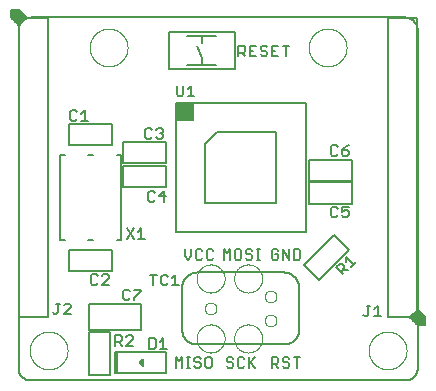
<source format=gto>
G75*
%MOIN*%
%OFA0B0*%
%FSLAX25Y25*%
%IPPOS*%
%LPD*%
%AMOC8*
5,1,8,0,0,1.08239X$1,22.5*
%
%ADD10C,0.00800*%
%ADD11C,0.00000*%
%ADD12C,0.00500*%
%ADD13C,0.00600*%
D10*
X0003750Y0005623D02*
X0003750Y0118377D01*
X0003752Y0118504D01*
X0003758Y0118631D01*
X0003768Y0118757D01*
X0003781Y0118884D01*
X0003799Y0119009D01*
X0003820Y0119135D01*
X0003845Y0119259D01*
X0003875Y0119383D01*
X0003907Y0119505D01*
X0003944Y0119627D01*
X0003984Y0119747D01*
X0004028Y0119866D01*
X0004076Y0119984D01*
X0004127Y0120100D01*
X0004182Y0120215D01*
X0004241Y0120328D01*
X0004302Y0120439D01*
X0004368Y0120547D01*
X0004436Y0120654D01*
X0004508Y0120759D01*
X0004583Y0120862D01*
X0004661Y0120962D01*
X0004742Y0121059D01*
X0004826Y0121155D01*
X0004913Y0121247D01*
X0005003Y0121337D01*
X0005095Y0121424D01*
X0005191Y0121508D01*
X0005288Y0121589D01*
X0005388Y0121667D01*
X0005491Y0121742D01*
X0005596Y0121814D01*
X0005703Y0121882D01*
X0005812Y0121948D01*
X0005922Y0122009D01*
X0006035Y0122068D01*
X0006150Y0122123D01*
X0006266Y0122174D01*
X0006384Y0122222D01*
X0006503Y0122266D01*
X0006623Y0122306D01*
X0006745Y0122343D01*
X0006867Y0122375D01*
X0006991Y0122405D01*
X0007115Y0122430D01*
X0007241Y0122451D01*
X0007366Y0122469D01*
X0007493Y0122482D01*
X0007619Y0122492D01*
X0007746Y0122498D01*
X0007873Y0122500D01*
X0132627Y0122500D01*
X0132754Y0122498D01*
X0132881Y0122492D01*
X0133007Y0122482D01*
X0133134Y0122469D01*
X0133259Y0122451D01*
X0133385Y0122430D01*
X0133509Y0122405D01*
X0133633Y0122375D01*
X0133755Y0122343D01*
X0133877Y0122306D01*
X0133997Y0122266D01*
X0134116Y0122222D01*
X0134234Y0122174D01*
X0134350Y0122123D01*
X0134465Y0122068D01*
X0134578Y0122009D01*
X0134689Y0121948D01*
X0134797Y0121882D01*
X0134904Y0121814D01*
X0135009Y0121742D01*
X0135112Y0121667D01*
X0135212Y0121589D01*
X0135309Y0121508D01*
X0135405Y0121424D01*
X0135497Y0121337D01*
X0135587Y0121247D01*
X0135674Y0121155D01*
X0135758Y0121059D01*
X0135839Y0120962D01*
X0135917Y0120862D01*
X0135992Y0120759D01*
X0136064Y0120654D01*
X0136132Y0120547D01*
X0136198Y0120439D01*
X0136259Y0120328D01*
X0136318Y0120215D01*
X0136373Y0120100D01*
X0136424Y0119984D01*
X0136472Y0119866D01*
X0136516Y0119747D01*
X0136556Y0119627D01*
X0136593Y0119505D01*
X0136625Y0119383D01*
X0136655Y0119259D01*
X0136680Y0119135D01*
X0136701Y0119009D01*
X0136719Y0118884D01*
X0136732Y0118757D01*
X0136742Y0118631D01*
X0136748Y0118504D01*
X0136750Y0118377D01*
X0136750Y0005623D01*
X0136748Y0005496D01*
X0136742Y0005369D01*
X0136732Y0005243D01*
X0136719Y0005116D01*
X0136701Y0004991D01*
X0136680Y0004865D01*
X0136655Y0004741D01*
X0136625Y0004617D01*
X0136593Y0004495D01*
X0136556Y0004373D01*
X0136516Y0004253D01*
X0136472Y0004134D01*
X0136424Y0004016D01*
X0136373Y0003900D01*
X0136318Y0003785D01*
X0136259Y0003672D01*
X0136198Y0003561D01*
X0136132Y0003453D01*
X0136064Y0003346D01*
X0135992Y0003241D01*
X0135917Y0003138D01*
X0135839Y0003038D01*
X0135758Y0002941D01*
X0135674Y0002845D01*
X0135587Y0002753D01*
X0135497Y0002663D01*
X0135405Y0002576D01*
X0135309Y0002492D01*
X0135212Y0002411D01*
X0135112Y0002333D01*
X0135009Y0002258D01*
X0134904Y0002186D01*
X0134797Y0002118D01*
X0134689Y0002052D01*
X0134578Y0001991D01*
X0134465Y0001932D01*
X0134350Y0001877D01*
X0134234Y0001826D01*
X0134116Y0001778D01*
X0133997Y0001734D01*
X0133877Y0001694D01*
X0133755Y0001657D01*
X0133633Y0001625D01*
X0133509Y0001595D01*
X0133385Y0001570D01*
X0133259Y0001549D01*
X0133134Y0001531D01*
X0133007Y0001518D01*
X0132881Y0001508D01*
X0132754Y0001502D01*
X0132627Y0001500D01*
X0007873Y0001500D01*
X0007746Y0001502D01*
X0007619Y0001508D01*
X0007493Y0001518D01*
X0007366Y0001531D01*
X0007241Y0001549D01*
X0007115Y0001570D01*
X0006991Y0001595D01*
X0006867Y0001625D01*
X0006745Y0001657D01*
X0006623Y0001694D01*
X0006503Y0001734D01*
X0006384Y0001778D01*
X0006266Y0001826D01*
X0006150Y0001877D01*
X0006035Y0001932D01*
X0005922Y0001991D01*
X0005811Y0002052D01*
X0005703Y0002118D01*
X0005596Y0002186D01*
X0005491Y0002258D01*
X0005388Y0002333D01*
X0005288Y0002411D01*
X0005191Y0002492D01*
X0005095Y0002576D01*
X0005003Y0002663D01*
X0004913Y0002753D01*
X0004826Y0002845D01*
X0004742Y0002941D01*
X0004661Y0003038D01*
X0004583Y0003138D01*
X0004508Y0003241D01*
X0004436Y0003346D01*
X0004368Y0003453D01*
X0004302Y0003562D01*
X0004241Y0003672D01*
X0004182Y0003785D01*
X0004127Y0003900D01*
X0004076Y0004016D01*
X0004028Y0004134D01*
X0003984Y0004253D01*
X0003944Y0004373D01*
X0003907Y0004495D01*
X0003875Y0004617D01*
X0003845Y0004741D01*
X0003820Y0004865D01*
X0003799Y0004991D01*
X0003781Y0005116D01*
X0003768Y0005243D01*
X0003758Y0005369D01*
X0003752Y0005496D01*
X0003750Y0005623D01*
D11*
X0007451Y0011500D02*
X0007453Y0011658D01*
X0007459Y0011816D01*
X0007469Y0011974D01*
X0007483Y0012132D01*
X0007501Y0012289D01*
X0007522Y0012446D01*
X0007548Y0012602D01*
X0007578Y0012758D01*
X0007611Y0012913D01*
X0007649Y0013066D01*
X0007690Y0013219D01*
X0007735Y0013371D01*
X0007784Y0013522D01*
X0007837Y0013671D01*
X0007893Y0013819D01*
X0007953Y0013965D01*
X0008017Y0014110D01*
X0008085Y0014253D01*
X0008156Y0014395D01*
X0008230Y0014535D01*
X0008308Y0014672D01*
X0008390Y0014808D01*
X0008474Y0014942D01*
X0008563Y0015073D01*
X0008654Y0015202D01*
X0008749Y0015329D01*
X0008846Y0015454D01*
X0008947Y0015576D01*
X0009051Y0015695D01*
X0009158Y0015812D01*
X0009268Y0015926D01*
X0009381Y0016037D01*
X0009496Y0016146D01*
X0009614Y0016251D01*
X0009735Y0016353D01*
X0009858Y0016453D01*
X0009984Y0016549D01*
X0010112Y0016642D01*
X0010242Y0016732D01*
X0010375Y0016818D01*
X0010510Y0016902D01*
X0010646Y0016981D01*
X0010785Y0017058D01*
X0010926Y0017130D01*
X0011068Y0017200D01*
X0011212Y0017265D01*
X0011358Y0017327D01*
X0011505Y0017385D01*
X0011654Y0017440D01*
X0011804Y0017491D01*
X0011955Y0017538D01*
X0012107Y0017581D01*
X0012260Y0017620D01*
X0012415Y0017656D01*
X0012570Y0017687D01*
X0012726Y0017715D01*
X0012882Y0017739D01*
X0013039Y0017759D01*
X0013197Y0017775D01*
X0013354Y0017787D01*
X0013513Y0017795D01*
X0013671Y0017799D01*
X0013829Y0017799D01*
X0013987Y0017795D01*
X0014146Y0017787D01*
X0014303Y0017775D01*
X0014461Y0017759D01*
X0014618Y0017739D01*
X0014774Y0017715D01*
X0014930Y0017687D01*
X0015085Y0017656D01*
X0015240Y0017620D01*
X0015393Y0017581D01*
X0015545Y0017538D01*
X0015696Y0017491D01*
X0015846Y0017440D01*
X0015995Y0017385D01*
X0016142Y0017327D01*
X0016288Y0017265D01*
X0016432Y0017200D01*
X0016574Y0017130D01*
X0016715Y0017058D01*
X0016854Y0016981D01*
X0016990Y0016902D01*
X0017125Y0016818D01*
X0017258Y0016732D01*
X0017388Y0016642D01*
X0017516Y0016549D01*
X0017642Y0016453D01*
X0017765Y0016353D01*
X0017886Y0016251D01*
X0018004Y0016146D01*
X0018119Y0016037D01*
X0018232Y0015926D01*
X0018342Y0015812D01*
X0018449Y0015695D01*
X0018553Y0015576D01*
X0018654Y0015454D01*
X0018751Y0015329D01*
X0018846Y0015202D01*
X0018937Y0015073D01*
X0019026Y0014942D01*
X0019110Y0014808D01*
X0019192Y0014672D01*
X0019270Y0014535D01*
X0019344Y0014395D01*
X0019415Y0014253D01*
X0019483Y0014110D01*
X0019547Y0013965D01*
X0019607Y0013819D01*
X0019663Y0013671D01*
X0019716Y0013522D01*
X0019765Y0013371D01*
X0019810Y0013219D01*
X0019851Y0013066D01*
X0019889Y0012913D01*
X0019922Y0012758D01*
X0019952Y0012602D01*
X0019978Y0012446D01*
X0019999Y0012289D01*
X0020017Y0012132D01*
X0020031Y0011974D01*
X0020041Y0011816D01*
X0020047Y0011658D01*
X0020049Y0011500D01*
X0020047Y0011342D01*
X0020041Y0011184D01*
X0020031Y0011026D01*
X0020017Y0010868D01*
X0019999Y0010711D01*
X0019978Y0010554D01*
X0019952Y0010398D01*
X0019922Y0010242D01*
X0019889Y0010087D01*
X0019851Y0009934D01*
X0019810Y0009781D01*
X0019765Y0009629D01*
X0019716Y0009478D01*
X0019663Y0009329D01*
X0019607Y0009181D01*
X0019547Y0009035D01*
X0019483Y0008890D01*
X0019415Y0008747D01*
X0019344Y0008605D01*
X0019270Y0008465D01*
X0019192Y0008328D01*
X0019110Y0008192D01*
X0019026Y0008058D01*
X0018937Y0007927D01*
X0018846Y0007798D01*
X0018751Y0007671D01*
X0018654Y0007546D01*
X0018553Y0007424D01*
X0018449Y0007305D01*
X0018342Y0007188D01*
X0018232Y0007074D01*
X0018119Y0006963D01*
X0018004Y0006854D01*
X0017886Y0006749D01*
X0017765Y0006647D01*
X0017642Y0006547D01*
X0017516Y0006451D01*
X0017388Y0006358D01*
X0017258Y0006268D01*
X0017125Y0006182D01*
X0016990Y0006098D01*
X0016854Y0006019D01*
X0016715Y0005942D01*
X0016574Y0005870D01*
X0016432Y0005800D01*
X0016288Y0005735D01*
X0016142Y0005673D01*
X0015995Y0005615D01*
X0015846Y0005560D01*
X0015696Y0005509D01*
X0015545Y0005462D01*
X0015393Y0005419D01*
X0015240Y0005380D01*
X0015085Y0005344D01*
X0014930Y0005313D01*
X0014774Y0005285D01*
X0014618Y0005261D01*
X0014461Y0005241D01*
X0014303Y0005225D01*
X0014146Y0005213D01*
X0013987Y0005205D01*
X0013829Y0005201D01*
X0013671Y0005201D01*
X0013513Y0005205D01*
X0013354Y0005213D01*
X0013197Y0005225D01*
X0013039Y0005241D01*
X0012882Y0005261D01*
X0012726Y0005285D01*
X0012570Y0005313D01*
X0012415Y0005344D01*
X0012260Y0005380D01*
X0012107Y0005419D01*
X0011955Y0005462D01*
X0011804Y0005509D01*
X0011654Y0005560D01*
X0011505Y0005615D01*
X0011358Y0005673D01*
X0011212Y0005735D01*
X0011068Y0005800D01*
X0010926Y0005870D01*
X0010785Y0005942D01*
X0010646Y0006019D01*
X0010510Y0006098D01*
X0010375Y0006182D01*
X0010242Y0006268D01*
X0010112Y0006358D01*
X0009984Y0006451D01*
X0009858Y0006547D01*
X0009735Y0006647D01*
X0009614Y0006749D01*
X0009496Y0006854D01*
X0009381Y0006963D01*
X0009268Y0007074D01*
X0009158Y0007188D01*
X0009051Y0007305D01*
X0008947Y0007424D01*
X0008846Y0007546D01*
X0008749Y0007671D01*
X0008654Y0007798D01*
X0008563Y0007927D01*
X0008474Y0008058D01*
X0008390Y0008192D01*
X0008308Y0008328D01*
X0008230Y0008465D01*
X0008156Y0008605D01*
X0008085Y0008747D01*
X0008017Y0008890D01*
X0007953Y0009035D01*
X0007893Y0009181D01*
X0007837Y0009329D01*
X0007784Y0009478D01*
X0007735Y0009629D01*
X0007690Y0009781D01*
X0007649Y0009934D01*
X0007611Y0010087D01*
X0007578Y0010242D01*
X0007548Y0010398D01*
X0007522Y0010554D01*
X0007501Y0010711D01*
X0007483Y0010868D01*
X0007469Y0011026D01*
X0007459Y0011184D01*
X0007453Y0011342D01*
X0007451Y0011500D01*
X0063075Y0015500D02*
X0063077Y0015637D01*
X0063083Y0015773D01*
X0063093Y0015909D01*
X0063107Y0016045D01*
X0063125Y0016181D01*
X0063147Y0016316D01*
X0063172Y0016450D01*
X0063202Y0016583D01*
X0063236Y0016715D01*
X0063273Y0016847D01*
X0063314Y0016977D01*
X0063360Y0017106D01*
X0063408Y0017234D01*
X0063461Y0017360D01*
X0063517Y0017484D01*
X0063577Y0017607D01*
X0063640Y0017728D01*
X0063707Y0017847D01*
X0063777Y0017964D01*
X0063851Y0018080D01*
X0063928Y0018192D01*
X0064008Y0018303D01*
X0064092Y0018411D01*
X0064179Y0018517D01*
X0064268Y0018620D01*
X0064361Y0018720D01*
X0064456Y0018818D01*
X0064555Y0018913D01*
X0064656Y0019005D01*
X0064760Y0019093D01*
X0064866Y0019179D01*
X0064975Y0019262D01*
X0065086Y0019341D01*
X0065199Y0019418D01*
X0065315Y0019491D01*
X0065432Y0019560D01*
X0065552Y0019626D01*
X0065673Y0019688D01*
X0065797Y0019747D01*
X0065922Y0019803D01*
X0066048Y0019854D01*
X0066176Y0019902D01*
X0066305Y0019946D01*
X0066436Y0019987D01*
X0066568Y0020023D01*
X0066700Y0020056D01*
X0066834Y0020084D01*
X0066968Y0020109D01*
X0067103Y0020130D01*
X0067239Y0020147D01*
X0067375Y0020160D01*
X0067511Y0020169D01*
X0067648Y0020174D01*
X0067784Y0020175D01*
X0067921Y0020172D01*
X0068057Y0020165D01*
X0068193Y0020154D01*
X0068329Y0020139D01*
X0068464Y0020120D01*
X0068599Y0020097D01*
X0068733Y0020070D01*
X0068866Y0020040D01*
X0068998Y0020005D01*
X0069130Y0019967D01*
X0069259Y0019925D01*
X0069388Y0019879D01*
X0069515Y0019829D01*
X0069641Y0019775D01*
X0069765Y0019718D01*
X0069888Y0019658D01*
X0070008Y0019593D01*
X0070127Y0019526D01*
X0070243Y0019455D01*
X0070358Y0019380D01*
X0070470Y0019302D01*
X0070580Y0019221D01*
X0070688Y0019137D01*
X0070793Y0019049D01*
X0070895Y0018959D01*
X0070995Y0018866D01*
X0071092Y0018769D01*
X0071186Y0018670D01*
X0071277Y0018569D01*
X0071365Y0018464D01*
X0071450Y0018357D01*
X0071532Y0018248D01*
X0071611Y0018136D01*
X0071686Y0018022D01*
X0071758Y0017906D01*
X0071827Y0017788D01*
X0071892Y0017668D01*
X0071954Y0017546D01*
X0072012Y0017422D01*
X0072066Y0017297D01*
X0072117Y0017170D01*
X0072163Y0017042D01*
X0072207Y0016912D01*
X0072246Y0016781D01*
X0072282Y0016649D01*
X0072313Y0016516D01*
X0072341Y0016383D01*
X0072365Y0016248D01*
X0072385Y0016113D01*
X0072401Y0015977D01*
X0072413Y0015841D01*
X0072421Y0015705D01*
X0072425Y0015568D01*
X0072425Y0015432D01*
X0072421Y0015295D01*
X0072413Y0015159D01*
X0072401Y0015023D01*
X0072385Y0014887D01*
X0072365Y0014752D01*
X0072341Y0014617D01*
X0072313Y0014484D01*
X0072282Y0014351D01*
X0072246Y0014219D01*
X0072207Y0014088D01*
X0072163Y0013958D01*
X0072117Y0013830D01*
X0072066Y0013703D01*
X0072012Y0013578D01*
X0071954Y0013454D01*
X0071892Y0013332D01*
X0071827Y0013212D01*
X0071758Y0013094D01*
X0071686Y0012978D01*
X0071611Y0012864D01*
X0071532Y0012752D01*
X0071450Y0012643D01*
X0071365Y0012536D01*
X0071277Y0012431D01*
X0071186Y0012330D01*
X0071092Y0012231D01*
X0070995Y0012134D01*
X0070895Y0012041D01*
X0070793Y0011951D01*
X0070688Y0011863D01*
X0070580Y0011779D01*
X0070470Y0011698D01*
X0070358Y0011620D01*
X0070243Y0011545D01*
X0070127Y0011474D01*
X0070008Y0011407D01*
X0069888Y0011342D01*
X0069765Y0011282D01*
X0069641Y0011225D01*
X0069515Y0011171D01*
X0069388Y0011121D01*
X0069259Y0011075D01*
X0069130Y0011033D01*
X0068998Y0010995D01*
X0068866Y0010960D01*
X0068733Y0010930D01*
X0068599Y0010903D01*
X0068464Y0010880D01*
X0068329Y0010861D01*
X0068193Y0010846D01*
X0068057Y0010835D01*
X0067921Y0010828D01*
X0067784Y0010825D01*
X0067648Y0010826D01*
X0067511Y0010831D01*
X0067375Y0010840D01*
X0067239Y0010853D01*
X0067103Y0010870D01*
X0066968Y0010891D01*
X0066834Y0010916D01*
X0066700Y0010944D01*
X0066568Y0010977D01*
X0066436Y0011013D01*
X0066305Y0011054D01*
X0066176Y0011098D01*
X0066048Y0011146D01*
X0065922Y0011197D01*
X0065797Y0011253D01*
X0065673Y0011312D01*
X0065552Y0011374D01*
X0065432Y0011440D01*
X0065315Y0011509D01*
X0065199Y0011582D01*
X0065086Y0011659D01*
X0064975Y0011738D01*
X0064866Y0011821D01*
X0064760Y0011907D01*
X0064656Y0011995D01*
X0064555Y0012087D01*
X0064456Y0012182D01*
X0064361Y0012280D01*
X0064268Y0012380D01*
X0064179Y0012483D01*
X0064092Y0012589D01*
X0064008Y0012697D01*
X0063928Y0012808D01*
X0063851Y0012920D01*
X0063777Y0013036D01*
X0063707Y0013153D01*
X0063640Y0013272D01*
X0063577Y0013393D01*
X0063517Y0013516D01*
X0063461Y0013640D01*
X0063408Y0013766D01*
X0063360Y0013894D01*
X0063314Y0014023D01*
X0063273Y0014153D01*
X0063236Y0014285D01*
X0063202Y0014417D01*
X0063172Y0014550D01*
X0063147Y0014684D01*
X0063125Y0014819D01*
X0063107Y0014955D01*
X0063093Y0015091D01*
X0063083Y0015227D01*
X0063077Y0015363D01*
X0063075Y0015500D01*
X0065800Y0025500D02*
X0065802Y0025588D01*
X0065808Y0025676D01*
X0065818Y0025764D01*
X0065832Y0025851D01*
X0065850Y0025937D01*
X0065871Y0026022D01*
X0065897Y0026107D01*
X0065926Y0026190D01*
X0065959Y0026272D01*
X0065996Y0026352D01*
X0066036Y0026430D01*
X0066080Y0026507D01*
X0066127Y0026581D01*
X0066178Y0026653D01*
X0066231Y0026723D01*
X0066288Y0026791D01*
X0066348Y0026855D01*
X0066411Y0026917D01*
X0066476Y0026976D01*
X0066544Y0027032D01*
X0066615Y0027085D01*
X0066687Y0027135D01*
X0066762Y0027181D01*
X0066839Y0027224D01*
X0066918Y0027264D01*
X0066999Y0027299D01*
X0067081Y0027332D01*
X0067164Y0027360D01*
X0067249Y0027385D01*
X0067335Y0027405D01*
X0067421Y0027422D01*
X0067508Y0027435D01*
X0067596Y0027444D01*
X0067684Y0027449D01*
X0067772Y0027450D01*
X0067860Y0027447D01*
X0067948Y0027440D01*
X0068035Y0027429D01*
X0068122Y0027414D01*
X0068208Y0027395D01*
X0068294Y0027373D01*
X0068378Y0027346D01*
X0068460Y0027316D01*
X0068542Y0027282D01*
X0068622Y0027244D01*
X0068699Y0027203D01*
X0068775Y0027159D01*
X0068849Y0027111D01*
X0068921Y0027059D01*
X0068990Y0027005D01*
X0069057Y0026947D01*
X0069121Y0026887D01*
X0069182Y0026823D01*
X0069241Y0026757D01*
X0069296Y0026689D01*
X0069348Y0026617D01*
X0069397Y0026544D01*
X0069442Y0026469D01*
X0069484Y0026391D01*
X0069523Y0026312D01*
X0069558Y0026231D01*
X0069589Y0026148D01*
X0069616Y0026065D01*
X0069640Y0025980D01*
X0069660Y0025894D01*
X0069676Y0025807D01*
X0069688Y0025720D01*
X0069696Y0025632D01*
X0069700Y0025544D01*
X0069700Y0025456D01*
X0069696Y0025368D01*
X0069688Y0025280D01*
X0069676Y0025193D01*
X0069660Y0025106D01*
X0069640Y0025020D01*
X0069616Y0024935D01*
X0069589Y0024852D01*
X0069558Y0024769D01*
X0069523Y0024688D01*
X0069484Y0024609D01*
X0069442Y0024531D01*
X0069397Y0024456D01*
X0069348Y0024383D01*
X0069296Y0024311D01*
X0069241Y0024243D01*
X0069182Y0024177D01*
X0069121Y0024113D01*
X0069057Y0024053D01*
X0068990Y0023995D01*
X0068921Y0023941D01*
X0068849Y0023889D01*
X0068775Y0023841D01*
X0068699Y0023797D01*
X0068622Y0023756D01*
X0068542Y0023718D01*
X0068460Y0023684D01*
X0068378Y0023654D01*
X0068294Y0023627D01*
X0068208Y0023605D01*
X0068122Y0023586D01*
X0068035Y0023571D01*
X0067948Y0023560D01*
X0067860Y0023553D01*
X0067772Y0023550D01*
X0067684Y0023551D01*
X0067596Y0023556D01*
X0067508Y0023565D01*
X0067421Y0023578D01*
X0067335Y0023595D01*
X0067249Y0023615D01*
X0067164Y0023640D01*
X0067081Y0023668D01*
X0066999Y0023701D01*
X0066918Y0023736D01*
X0066839Y0023776D01*
X0066762Y0023819D01*
X0066687Y0023865D01*
X0066615Y0023915D01*
X0066544Y0023968D01*
X0066476Y0024024D01*
X0066411Y0024083D01*
X0066348Y0024145D01*
X0066288Y0024209D01*
X0066231Y0024277D01*
X0066178Y0024347D01*
X0066127Y0024419D01*
X0066080Y0024493D01*
X0066036Y0024570D01*
X0065996Y0024648D01*
X0065959Y0024728D01*
X0065926Y0024810D01*
X0065897Y0024893D01*
X0065871Y0024978D01*
X0065850Y0025063D01*
X0065832Y0025149D01*
X0065818Y0025236D01*
X0065808Y0025324D01*
X0065802Y0025412D01*
X0065800Y0025500D01*
X0063075Y0035500D02*
X0063077Y0035637D01*
X0063083Y0035773D01*
X0063093Y0035909D01*
X0063107Y0036045D01*
X0063125Y0036181D01*
X0063147Y0036316D01*
X0063172Y0036450D01*
X0063202Y0036583D01*
X0063236Y0036715D01*
X0063273Y0036847D01*
X0063314Y0036977D01*
X0063360Y0037106D01*
X0063408Y0037234D01*
X0063461Y0037360D01*
X0063517Y0037484D01*
X0063577Y0037607D01*
X0063640Y0037728D01*
X0063707Y0037847D01*
X0063777Y0037964D01*
X0063851Y0038080D01*
X0063928Y0038192D01*
X0064008Y0038303D01*
X0064092Y0038411D01*
X0064179Y0038517D01*
X0064268Y0038620D01*
X0064361Y0038720D01*
X0064456Y0038818D01*
X0064555Y0038913D01*
X0064656Y0039005D01*
X0064760Y0039093D01*
X0064866Y0039179D01*
X0064975Y0039262D01*
X0065086Y0039341D01*
X0065199Y0039418D01*
X0065315Y0039491D01*
X0065432Y0039560D01*
X0065552Y0039626D01*
X0065673Y0039688D01*
X0065797Y0039747D01*
X0065922Y0039803D01*
X0066048Y0039854D01*
X0066176Y0039902D01*
X0066305Y0039946D01*
X0066436Y0039987D01*
X0066568Y0040023D01*
X0066700Y0040056D01*
X0066834Y0040084D01*
X0066968Y0040109D01*
X0067103Y0040130D01*
X0067239Y0040147D01*
X0067375Y0040160D01*
X0067511Y0040169D01*
X0067648Y0040174D01*
X0067784Y0040175D01*
X0067921Y0040172D01*
X0068057Y0040165D01*
X0068193Y0040154D01*
X0068329Y0040139D01*
X0068464Y0040120D01*
X0068599Y0040097D01*
X0068733Y0040070D01*
X0068866Y0040040D01*
X0068998Y0040005D01*
X0069130Y0039967D01*
X0069259Y0039925D01*
X0069388Y0039879D01*
X0069515Y0039829D01*
X0069641Y0039775D01*
X0069765Y0039718D01*
X0069888Y0039658D01*
X0070008Y0039593D01*
X0070127Y0039526D01*
X0070243Y0039455D01*
X0070358Y0039380D01*
X0070470Y0039302D01*
X0070580Y0039221D01*
X0070688Y0039137D01*
X0070793Y0039049D01*
X0070895Y0038959D01*
X0070995Y0038866D01*
X0071092Y0038769D01*
X0071186Y0038670D01*
X0071277Y0038569D01*
X0071365Y0038464D01*
X0071450Y0038357D01*
X0071532Y0038248D01*
X0071611Y0038136D01*
X0071686Y0038022D01*
X0071758Y0037906D01*
X0071827Y0037788D01*
X0071892Y0037668D01*
X0071954Y0037546D01*
X0072012Y0037422D01*
X0072066Y0037297D01*
X0072117Y0037170D01*
X0072163Y0037042D01*
X0072207Y0036912D01*
X0072246Y0036781D01*
X0072282Y0036649D01*
X0072313Y0036516D01*
X0072341Y0036383D01*
X0072365Y0036248D01*
X0072385Y0036113D01*
X0072401Y0035977D01*
X0072413Y0035841D01*
X0072421Y0035705D01*
X0072425Y0035568D01*
X0072425Y0035432D01*
X0072421Y0035295D01*
X0072413Y0035159D01*
X0072401Y0035023D01*
X0072385Y0034887D01*
X0072365Y0034752D01*
X0072341Y0034617D01*
X0072313Y0034484D01*
X0072282Y0034351D01*
X0072246Y0034219D01*
X0072207Y0034088D01*
X0072163Y0033958D01*
X0072117Y0033830D01*
X0072066Y0033703D01*
X0072012Y0033578D01*
X0071954Y0033454D01*
X0071892Y0033332D01*
X0071827Y0033212D01*
X0071758Y0033094D01*
X0071686Y0032978D01*
X0071611Y0032864D01*
X0071532Y0032752D01*
X0071450Y0032643D01*
X0071365Y0032536D01*
X0071277Y0032431D01*
X0071186Y0032330D01*
X0071092Y0032231D01*
X0070995Y0032134D01*
X0070895Y0032041D01*
X0070793Y0031951D01*
X0070688Y0031863D01*
X0070580Y0031779D01*
X0070470Y0031698D01*
X0070358Y0031620D01*
X0070243Y0031545D01*
X0070127Y0031474D01*
X0070008Y0031407D01*
X0069888Y0031342D01*
X0069765Y0031282D01*
X0069641Y0031225D01*
X0069515Y0031171D01*
X0069388Y0031121D01*
X0069259Y0031075D01*
X0069130Y0031033D01*
X0068998Y0030995D01*
X0068866Y0030960D01*
X0068733Y0030930D01*
X0068599Y0030903D01*
X0068464Y0030880D01*
X0068329Y0030861D01*
X0068193Y0030846D01*
X0068057Y0030835D01*
X0067921Y0030828D01*
X0067784Y0030825D01*
X0067648Y0030826D01*
X0067511Y0030831D01*
X0067375Y0030840D01*
X0067239Y0030853D01*
X0067103Y0030870D01*
X0066968Y0030891D01*
X0066834Y0030916D01*
X0066700Y0030944D01*
X0066568Y0030977D01*
X0066436Y0031013D01*
X0066305Y0031054D01*
X0066176Y0031098D01*
X0066048Y0031146D01*
X0065922Y0031197D01*
X0065797Y0031253D01*
X0065673Y0031312D01*
X0065552Y0031374D01*
X0065432Y0031440D01*
X0065315Y0031509D01*
X0065199Y0031582D01*
X0065086Y0031659D01*
X0064975Y0031738D01*
X0064866Y0031821D01*
X0064760Y0031907D01*
X0064656Y0031995D01*
X0064555Y0032087D01*
X0064456Y0032182D01*
X0064361Y0032280D01*
X0064268Y0032380D01*
X0064179Y0032483D01*
X0064092Y0032589D01*
X0064008Y0032697D01*
X0063928Y0032808D01*
X0063851Y0032920D01*
X0063777Y0033036D01*
X0063707Y0033153D01*
X0063640Y0033272D01*
X0063577Y0033393D01*
X0063517Y0033516D01*
X0063461Y0033640D01*
X0063408Y0033766D01*
X0063360Y0033894D01*
X0063314Y0034023D01*
X0063273Y0034153D01*
X0063236Y0034285D01*
X0063202Y0034417D01*
X0063172Y0034550D01*
X0063147Y0034684D01*
X0063125Y0034819D01*
X0063107Y0034955D01*
X0063093Y0035091D01*
X0063083Y0035227D01*
X0063077Y0035363D01*
X0063075Y0035500D01*
X0075575Y0035500D02*
X0075577Y0035637D01*
X0075583Y0035773D01*
X0075593Y0035909D01*
X0075607Y0036045D01*
X0075625Y0036181D01*
X0075647Y0036316D01*
X0075672Y0036450D01*
X0075702Y0036583D01*
X0075736Y0036715D01*
X0075773Y0036847D01*
X0075814Y0036977D01*
X0075860Y0037106D01*
X0075908Y0037234D01*
X0075961Y0037360D01*
X0076017Y0037484D01*
X0076077Y0037607D01*
X0076140Y0037728D01*
X0076207Y0037847D01*
X0076277Y0037964D01*
X0076351Y0038080D01*
X0076428Y0038192D01*
X0076508Y0038303D01*
X0076592Y0038411D01*
X0076679Y0038517D01*
X0076768Y0038620D01*
X0076861Y0038720D01*
X0076956Y0038818D01*
X0077055Y0038913D01*
X0077156Y0039005D01*
X0077260Y0039093D01*
X0077366Y0039179D01*
X0077475Y0039262D01*
X0077586Y0039341D01*
X0077699Y0039418D01*
X0077815Y0039491D01*
X0077932Y0039560D01*
X0078052Y0039626D01*
X0078173Y0039688D01*
X0078297Y0039747D01*
X0078422Y0039803D01*
X0078548Y0039854D01*
X0078676Y0039902D01*
X0078805Y0039946D01*
X0078936Y0039987D01*
X0079068Y0040023D01*
X0079200Y0040056D01*
X0079334Y0040084D01*
X0079468Y0040109D01*
X0079603Y0040130D01*
X0079739Y0040147D01*
X0079875Y0040160D01*
X0080011Y0040169D01*
X0080148Y0040174D01*
X0080284Y0040175D01*
X0080421Y0040172D01*
X0080557Y0040165D01*
X0080693Y0040154D01*
X0080829Y0040139D01*
X0080964Y0040120D01*
X0081099Y0040097D01*
X0081233Y0040070D01*
X0081366Y0040040D01*
X0081498Y0040005D01*
X0081630Y0039967D01*
X0081759Y0039925D01*
X0081888Y0039879D01*
X0082015Y0039829D01*
X0082141Y0039775D01*
X0082265Y0039718D01*
X0082388Y0039658D01*
X0082508Y0039593D01*
X0082627Y0039526D01*
X0082743Y0039455D01*
X0082858Y0039380D01*
X0082970Y0039302D01*
X0083080Y0039221D01*
X0083188Y0039137D01*
X0083293Y0039049D01*
X0083395Y0038959D01*
X0083495Y0038866D01*
X0083592Y0038769D01*
X0083686Y0038670D01*
X0083777Y0038569D01*
X0083865Y0038464D01*
X0083950Y0038357D01*
X0084032Y0038248D01*
X0084111Y0038136D01*
X0084186Y0038022D01*
X0084258Y0037906D01*
X0084327Y0037788D01*
X0084392Y0037668D01*
X0084454Y0037546D01*
X0084512Y0037422D01*
X0084566Y0037297D01*
X0084617Y0037170D01*
X0084663Y0037042D01*
X0084707Y0036912D01*
X0084746Y0036781D01*
X0084782Y0036649D01*
X0084813Y0036516D01*
X0084841Y0036383D01*
X0084865Y0036248D01*
X0084885Y0036113D01*
X0084901Y0035977D01*
X0084913Y0035841D01*
X0084921Y0035705D01*
X0084925Y0035568D01*
X0084925Y0035432D01*
X0084921Y0035295D01*
X0084913Y0035159D01*
X0084901Y0035023D01*
X0084885Y0034887D01*
X0084865Y0034752D01*
X0084841Y0034617D01*
X0084813Y0034484D01*
X0084782Y0034351D01*
X0084746Y0034219D01*
X0084707Y0034088D01*
X0084663Y0033958D01*
X0084617Y0033830D01*
X0084566Y0033703D01*
X0084512Y0033578D01*
X0084454Y0033454D01*
X0084392Y0033332D01*
X0084327Y0033212D01*
X0084258Y0033094D01*
X0084186Y0032978D01*
X0084111Y0032864D01*
X0084032Y0032752D01*
X0083950Y0032643D01*
X0083865Y0032536D01*
X0083777Y0032431D01*
X0083686Y0032330D01*
X0083592Y0032231D01*
X0083495Y0032134D01*
X0083395Y0032041D01*
X0083293Y0031951D01*
X0083188Y0031863D01*
X0083080Y0031779D01*
X0082970Y0031698D01*
X0082858Y0031620D01*
X0082743Y0031545D01*
X0082627Y0031474D01*
X0082508Y0031407D01*
X0082388Y0031342D01*
X0082265Y0031282D01*
X0082141Y0031225D01*
X0082015Y0031171D01*
X0081888Y0031121D01*
X0081759Y0031075D01*
X0081630Y0031033D01*
X0081498Y0030995D01*
X0081366Y0030960D01*
X0081233Y0030930D01*
X0081099Y0030903D01*
X0080964Y0030880D01*
X0080829Y0030861D01*
X0080693Y0030846D01*
X0080557Y0030835D01*
X0080421Y0030828D01*
X0080284Y0030825D01*
X0080148Y0030826D01*
X0080011Y0030831D01*
X0079875Y0030840D01*
X0079739Y0030853D01*
X0079603Y0030870D01*
X0079468Y0030891D01*
X0079334Y0030916D01*
X0079200Y0030944D01*
X0079068Y0030977D01*
X0078936Y0031013D01*
X0078805Y0031054D01*
X0078676Y0031098D01*
X0078548Y0031146D01*
X0078422Y0031197D01*
X0078297Y0031253D01*
X0078173Y0031312D01*
X0078052Y0031374D01*
X0077932Y0031440D01*
X0077815Y0031509D01*
X0077699Y0031582D01*
X0077586Y0031659D01*
X0077475Y0031738D01*
X0077366Y0031821D01*
X0077260Y0031907D01*
X0077156Y0031995D01*
X0077055Y0032087D01*
X0076956Y0032182D01*
X0076861Y0032280D01*
X0076768Y0032380D01*
X0076679Y0032483D01*
X0076592Y0032589D01*
X0076508Y0032697D01*
X0076428Y0032808D01*
X0076351Y0032920D01*
X0076277Y0033036D01*
X0076207Y0033153D01*
X0076140Y0033272D01*
X0076077Y0033393D01*
X0076017Y0033516D01*
X0075961Y0033640D01*
X0075908Y0033766D01*
X0075860Y0033894D01*
X0075814Y0034023D01*
X0075773Y0034153D01*
X0075736Y0034285D01*
X0075702Y0034417D01*
X0075672Y0034550D01*
X0075647Y0034684D01*
X0075625Y0034819D01*
X0075607Y0034955D01*
X0075593Y0035091D01*
X0075583Y0035227D01*
X0075577Y0035363D01*
X0075575Y0035500D01*
X0085800Y0029500D02*
X0085802Y0029588D01*
X0085808Y0029676D01*
X0085818Y0029764D01*
X0085832Y0029851D01*
X0085850Y0029937D01*
X0085871Y0030022D01*
X0085897Y0030107D01*
X0085926Y0030190D01*
X0085959Y0030272D01*
X0085996Y0030352D01*
X0086036Y0030430D01*
X0086080Y0030507D01*
X0086127Y0030581D01*
X0086178Y0030653D01*
X0086231Y0030723D01*
X0086288Y0030791D01*
X0086348Y0030855D01*
X0086411Y0030917D01*
X0086476Y0030976D01*
X0086544Y0031032D01*
X0086615Y0031085D01*
X0086687Y0031135D01*
X0086762Y0031181D01*
X0086839Y0031224D01*
X0086918Y0031264D01*
X0086999Y0031299D01*
X0087081Y0031332D01*
X0087164Y0031360D01*
X0087249Y0031385D01*
X0087335Y0031405D01*
X0087421Y0031422D01*
X0087508Y0031435D01*
X0087596Y0031444D01*
X0087684Y0031449D01*
X0087772Y0031450D01*
X0087860Y0031447D01*
X0087948Y0031440D01*
X0088035Y0031429D01*
X0088122Y0031414D01*
X0088208Y0031395D01*
X0088294Y0031373D01*
X0088378Y0031346D01*
X0088460Y0031316D01*
X0088542Y0031282D01*
X0088622Y0031244D01*
X0088699Y0031203D01*
X0088775Y0031159D01*
X0088849Y0031111D01*
X0088921Y0031059D01*
X0088990Y0031005D01*
X0089057Y0030947D01*
X0089121Y0030887D01*
X0089182Y0030823D01*
X0089241Y0030757D01*
X0089296Y0030689D01*
X0089348Y0030617D01*
X0089397Y0030544D01*
X0089442Y0030469D01*
X0089484Y0030391D01*
X0089523Y0030312D01*
X0089558Y0030231D01*
X0089589Y0030148D01*
X0089616Y0030065D01*
X0089640Y0029980D01*
X0089660Y0029894D01*
X0089676Y0029807D01*
X0089688Y0029720D01*
X0089696Y0029632D01*
X0089700Y0029544D01*
X0089700Y0029456D01*
X0089696Y0029368D01*
X0089688Y0029280D01*
X0089676Y0029193D01*
X0089660Y0029106D01*
X0089640Y0029020D01*
X0089616Y0028935D01*
X0089589Y0028852D01*
X0089558Y0028769D01*
X0089523Y0028688D01*
X0089484Y0028609D01*
X0089442Y0028531D01*
X0089397Y0028456D01*
X0089348Y0028383D01*
X0089296Y0028311D01*
X0089241Y0028243D01*
X0089182Y0028177D01*
X0089121Y0028113D01*
X0089057Y0028053D01*
X0088990Y0027995D01*
X0088921Y0027941D01*
X0088849Y0027889D01*
X0088775Y0027841D01*
X0088699Y0027797D01*
X0088622Y0027756D01*
X0088542Y0027718D01*
X0088460Y0027684D01*
X0088378Y0027654D01*
X0088294Y0027627D01*
X0088208Y0027605D01*
X0088122Y0027586D01*
X0088035Y0027571D01*
X0087948Y0027560D01*
X0087860Y0027553D01*
X0087772Y0027550D01*
X0087684Y0027551D01*
X0087596Y0027556D01*
X0087508Y0027565D01*
X0087421Y0027578D01*
X0087335Y0027595D01*
X0087249Y0027615D01*
X0087164Y0027640D01*
X0087081Y0027668D01*
X0086999Y0027701D01*
X0086918Y0027736D01*
X0086839Y0027776D01*
X0086762Y0027819D01*
X0086687Y0027865D01*
X0086615Y0027915D01*
X0086544Y0027968D01*
X0086476Y0028024D01*
X0086411Y0028083D01*
X0086348Y0028145D01*
X0086288Y0028209D01*
X0086231Y0028277D01*
X0086178Y0028347D01*
X0086127Y0028419D01*
X0086080Y0028493D01*
X0086036Y0028570D01*
X0085996Y0028648D01*
X0085959Y0028728D01*
X0085926Y0028810D01*
X0085897Y0028893D01*
X0085871Y0028978D01*
X0085850Y0029063D01*
X0085832Y0029149D01*
X0085818Y0029236D01*
X0085808Y0029324D01*
X0085802Y0029412D01*
X0085800Y0029500D01*
X0085800Y0021500D02*
X0085802Y0021588D01*
X0085808Y0021676D01*
X0085818Y0021764D01*
X0085832Y0021851D01*
X0085850Y0021937D01*
X0085871Y0022022D01*
X0085897Y0022107D01*
X0085926Y0022190D01*
X0085959Y0022272D01*
X0085996Y0022352D01*
X0086036Y0022430D01*
X0086080Y0022507D01*
X0086127Y0022581D01*
X0086178Y0022653D01*
X0086231Y0022723D01*
X0086288Y0022791D01*
X0086348Y0022855D01*
X0086411Y0022917D01*
X0086476Y0022976D01*
X0086544Y0023032D01*
X0086615Y0023085D01*
X0086687Y0023135D01*
X0086762Y0023181D01*
X0086839Y0023224D01*
X0086918Y0023264D01*
X0086999Y0023299D01*
X0087081Y0023332D01*
X0087164Y0023360D01*
X0087249Y0023385D01*
X0087335Y0023405D01*
X0087421Y0023422D01*
X0087508Y0023435D01*
X0087596Y0023444D01*
X0087684Y0023449D01*
X0087772Y0023450D01*
X0087860Y0023447D01*
X0087948Y0023440D01*
X0088035Y0023429D01*
X0088122Y0023414D01*
X0088208Y0023395D01*
X0088294Y0023373D01*
X0088378Y0023346D01*
X0088460Y0023316D01*
X0088542Y0023282D01*
X0088622Y0023244D01*
X0088699Y0023203D01*
X0088775Y0023159D01*
X0088849Y0023111D01*
X0088921Y0023059D01*
X0088990Y0023005D01*
X0089057Y0022947D01*
X0089121Y0022887D01*
X0089182Y0022823D01*
X0089241Y0022757D01*
X0089296Y0022689D01*
X0089348Y0022617D01*
X0089397Y0022544D01*
X0089442Y0022469D01*
X0089484Y0022391D01*
X0089523Y0022312D01*
X0089558Y0022231D01*
X0089589Y0022148D01*
X0089616Y0022065D01*
X0089640Y0021980D01*
X0089660Y0021894D01*
X0089676Y0021807D01*
X0089688Y0021720D01*
X0089696Y0021632D01*
X0089700Y0021544D01*
X0089700Y0021456D01*
X0089696Y0021368D01*
X0089688Y0021280D01*
X0089676Y0021193D01*
X0089660Y0021106D01*
X0089640Y0021020D01*
X0089616Y0020935D01*
X0089589Y0020852D01*
X0089558Y0020769D01*
X0089523Y0020688D01*
X0089484Y0020609D01*
X0089442Y0020531D01*
X0089397Y0020456D01*
X0089348Y0020383D01*
X0089296Y0020311D01*
X0089241Y0020243D01*
X0089182Y0020177D01*
X0089121Y0020113D01*
X0089057Y0020053D01*
X0088990Y0019995D01*
X0088921Y0019941D01*
X0088849Y0019889D01*
X0088775Y0019841D01*
X0088699Y0019797D01*
X0088622Y0019756D01*
X0088542Y0019718D01*
X0088460Y0019684D01*
X0088378Y0019654D01*
X0088294Y0019627D01*
X0088208Y0019605D01*
X0088122Y0019586D01*
X0088035Y0019571D01*
X0087948Y0019560D01*
X0087860Y0019553D01*
X0087772Y0019550D01*
X0087684Y0019551D01*
X0087596Y0019556D01*
X0087508Y0019565D01*
X0087421Y0019578D01*
X0087335Y0019595D01*
X0087249Y0019615D01*
X0087164Y0019640D01*
X0087081Y0019668D01*
X0086999Y0019701D01*
X0086918Y0019736D01*
X0086839Y0019776D01*
X0086762Y0019819D01*
X0086687Y0019865D01*
X0086615Y0019915D01*
X0086544Y0019968D01*
X0086476Y0020024D01*
X0086411Y0020083D01*
X0086348Y0020145D01*
X0086288Y0020209D01*
X0086231Y0020277D01*
X0086178Y0020347D01*
X0086127Y0020419D01*
X0086080Y0020493D01*
X0086036Y0020570D01*
X0085996Y0020648D01*
X0085959Y0020728D01*
X0085926Y0020810D01*
X0085897Y0020893D01*
X0085871Y0020978D01*
X0085850Y0021063D01*
X0085832Y0021149D01*
X0085818Y0021236D01*
X0085808Y0021324D01*
X0085802Y0021412D01*
X0085800Y0021500D01*
X0075575Y0015500D02*
X0075577Y0015637D01*
X0075583Y0015773D01*
X0075593Y0015909D01*
X0075607Y0016045D01*
X0075625Y0016181D01*
X0075647Y0016316D01*
X0075672Y0016450D01*
X0075702Y0016583D01*
X0075736Y0016715D01*
X0075773Y0016847D01*
X0075814Y0016977D01*
X0075860Y0017106D01*
X0075908Y0017234D01*
X0075961Y0017360D01*
X0076017Y0017484D01*
X0076077Y0017607D01*
X0076140Y0017728D01*
X0076207Y0017847D01*
X0076277Y0017964D01*
X0076351Y0018080D01*
X0076428Y0018192D01*
X0076508Y0018303D01*
X0076592Y0018411D01*
X0076679Y0018517D01*
X0076768Y0018620D01*
X0076861Y0018720D01*
X0076956Y0018818D01*
X0077055Y0018913D01*
X0077156Y0019005D01*
X0077260Y0019093D01*
X0077366Y0019179D01*
X0077475Y0019262D01*
X0077586Y0019341D01*
X0077699Y0019418D01*
X0077815Y0019491D01*
X0077932Y0019560D01*
X0078052Y0019626D01*
X0078173Y0019688D01*
X0078297Y0019747D01*
X0078422Y0019803D01*
X0078548Y0019854D01*
X0078676Y0019902D01*
X0078805Y0019946D01*
X0078936Y0019987D01*
X0079068Y0020023D01*
X0079200Y0020056D01*
X0079334Y0020084D01*
X0079468Y0020109D01*
X0079603Y0020130D01*
X0079739Y0020147D01*
X0079875Y0020160D01*
X0080011Y0020169D01*
X0080148Y0020174D01*
X0080284Y0020175D01*
X0080421Y0020172D01*
X0080557Y0020165D01*
X0080693Y0020154D01*
X0080829Y0020139D01*
X0080964Y0020120D01*
X0081099Y0020097D01*
X0081233Y0020070D01*
X0081366Y0020040D01*
X0081498Y0020005D01*
X0081630Y0019967D01*
X0081759Y0019925D01*
X0081888Y0019879D01*
X0082015Y0019829D01*
X0082141Y0019775D01*
X0082265Y0019718D01*
X0082388Y0019658D01*
X0082508Y0019593D01*
X0082627Y0019526D01*
X0082743Y0019455D01*
X0082858Y0019380D01*
X0082970Y0019302D01*
X0083080Y0019221D01*
X0083188Y0019137D01*
X0083293Y0019049D01*
X0083395Y0018959D01*
X0083495Y0018866D01*
X0083592Y0018769D01*
X0083686Y0018670D01*
X0083777Y0018569D01*
X0083865Y0018464D01*
X0083950Y0018357D01*
X0084032Y0018248D01*
X0084111Y0018136D01*
X0084186Y0018022D01*
X0084258Y0017906D01*
X0084327Y0017788D01*
X0084392Y0017668D01*
X0084454Y0017546D01*
X0084512Y0017422D01*
X0084566Y0017297D01*
X0084617Y0017170D01*
X0084663Y0017042D01*
X0084707Y0016912D01*
X0084746Y0016781D01*
X0084782Y0016649D01*
X0084813Y0016516D01*
X0084841Y0016383D01*
X0084865Y0016248D01*
X0084885Y0016113D01*
X0084901Y0015977D01*
X0084913Y0015841D01*
X0084921Y0015705D01*
X0084925Y0015568D01*
X0084925Y0015432D01*
X0084921Y0015295D01*
X0084913Y0015159D01*
X0084901Y0015023D01*
X0084885Y0014887D01*
X0084865Y0014752D01*
X0084841Y0014617D01*
X0084813Y0014484D01*
X0084782Y0014351D01*
X0084746Y0014219D01*
X0084707Y0014088D01*
X0084663Y0013958D01*
X0084617Y0013830D01*
X0084566Y0013703D01*
X0084512Y0013578D01*
X0084454Y0013454D01*
X0084392Y0013332D01*
X0084327Y0013212D01*
X0084258Y0013094D01*
X0084186Y0012978D01*
X0084111Y0012864D01*
X0084032Y0012752D01*
X0083950Y0012643D01*
X0083865Y0012536D01*
X0083777Y0012431D01*
X0083686Y0012330D01*
X0083592Y0012231D01*
X0083495Y0012134D01*
X0083395Y0012041D01*
X0083293Y0011951D01*
X0083188Y0011863D01*
X0083080Y0011779D01*
X0082970Y0011698D01*
X0082858Y0011620D01*
X0082743Y0011545D01*
X0082627Y0011474D01*
X0082508Y0011407D01*
X0082388Y0011342D01*
X0082265Y0011282D01*
X0082141Y0011225D01*
X0082015Y0011171D01*
X0081888Y0011121D01*
X0081759Y0011075D01*
X0081630Y0011033D01*
X0081498Y0010995D01*
X0081366Y0010960D01*
X0081233Y0010930D01*
X0081099Y0010903D01*
X0080964Y0010880D01*
X0080829Y0010861D01*
X0080693Y0010846D01*
X0080557Y0010835D01*
X0080421Y0010828D01*
X0080284Y0010825D01*
X0080148Y0010826D01*
X0080011Y0010831D01*
X0079875Y0010840D01*
X0079739Y0010853D01*
X0079603Y0010870D01*
X0079468Y0010891D01*
X0079334Y0010916D01*
X0079200Y0010944D01*
X0079068Y0010977D01*
X0078936Y0011013D01*
X0078805Y0011054D01*
X0078676Y0011098D01*
X0078548Y0011146D01*
X0078422Y0011197D01*
X0078297Y0011253D01*
X0078173Y0011312D01*
X0078052Y0011374D01*
X0077932Y0011440D01*
X0077815Y0011509D01*
X0077699Y0011582D01*
X0077586Y0011659D01*
X0077475Y0011738D01*
X0077366Y0011821D01*
X0077260Y0011907D01*
X0077156Y0011995D01*
X0077055Y0012087D01*
X0076956Y0012182D01*
X0076861Y0012280D01*
X0076768Y0012380D01*
X0076679Y0012483D01*
X0076592Y0012589D01*
X0076508Y0012697D01*
X0076428Y0012808D01*
X0076351Y0012920D01*
X0076277Y0013036D01*
X0076207Y0013153D01*
X0076140Y0013272D01*
X0076077Y0013393D01*
X0076017Y0013516D01*
X0075961Y0013640D01*
X0075908Y0013766D01*
X0075860Y0013894D01*
X0075814Y0014023D01*
X0075773Y0014153D01*
X0075736Y0014285D01*
X0075702Y0014417D01*
X0075672Y0014550D01*
X0075647Y0014684D01*
X0075625Y0014819D01*
X0075607Y0014955D01*
X0075593Y0015091D01*
X0075583Y0015227D01*
X0075577Y0015363D01*
X0075575Y0015500D01*
X0120451Y0011500D02*
X0120453Y0011658D01*
X0120459Y0011816D01*
X0120469Y0011974D01*
X0120483Y0012132D01*
X0120501Y0012289D01*
X0120522Y0012446D01*
X0120548Y0012602D01*
X0120578Y0012758D01*
X0120611Y0012913D01*
X0120649Y0013066D01*
X0120690Y0013219D01*
X0120735Y0013371D01*
X0120784Y0013522D01*
X0120837Y0013671D01*
X0120893Y0013819D01*
X0120953Y0013965D01*
X0121017Y0014110D01*
X0121085Y0014253D01*
X0121156Y0014395D01*
X0121230Y0014535D01*
X0121308Y0014672D01*
X0121390Y0014808D01*
X0121474Y0014942D01*
X0121563Y0015073D01*
X0121654Y0015202D01*
X0121749Y0015329D01*
X0121846Y0015454D01*
X0121947Y0015576D01*
X0122051Y0015695D01*
X0122158Y0015812D01*
X0122268Y0015926D01*
X0122381Y0016037D01*
X0122496Y0016146D01*
X0122614Y0016251D01*
X0122735Y0016353D01*
X0122858Y0016453D01*
X0122984Y0016549D01*
X0123112Y0016642D01*
X0123242Y0016732D01*
X0123375Y0016818D01*
X0123510Y0016902D01*
X0123646Y0016981D01*
X0123785Y0017058D01*
X0123926Y0017130D01*
X0124068Y0017200D01*
X0124212Y0017265D01*
X0124358Y0017327D01*
X0124505Y0017385D01*
X0124654Y0017440D01*
X0124804Y0017491D01*
X0124955Y0017538D01*
X0125107Y0017581D01*
X0125260Y0017620D01*
X0125415Y0017656D01*
X0125570Y0017687D01*
X0125726Y0017715D01*
X0125882Y0017739D01*
X0126039Y0017759D01*
X0126197Y0017775D01*
X0126354Y0017787D01*
X0126513Y0017795D01*
X0126671Y0017799D01*
X0126829Y0017799D01*
X0126987Y0017795D01*
X0127146Y0017787D01*
X0127303Y0017775D01*
X0127461Y0017759D01*
X0127618Y0017739D01*
X0127774Y0017715D01*
X0127930Y0017687D01*
X0128085Y0017656D01*
X0128240Y0017620D01*
X0128393Y0017581D01*
X0128545Y0017538D01*
X0128696Y0017491D01*
X0128846Y0017440D01*
X0128995Y0017385D01*
X0129142Y0017327D01*
X0129288Y0017265D01*
X0129432Y0017200D01*
X0129574Y0017130D01*
X0129715Y0017058D01*
X0129854Y0016981D01*
X0129990Y0016902D01*
X0130125Y0016818D01*
X0130258Y0016732D01*
X0130388Y0016642D01*
X0130516Y0016549D01*
X0130642Y0016453D01*
X0130765Y0016353D01*
X0130886Y0016251D01*
X0131004Y0016146D01*
X0131119Y0016037D01*
X0131232Y0015926D01*
X0131342Y0015812D01*
X0131449Y0015695D01*
X0131553Y0015576D01*
X0131654Y0015454D01*
X0131751Y0015329D01*
X0131846Y0015202D01*
X0131937Y0015073D01*
X0132026Y0014942D01*
X0132110Y0014808D01*
X0132192Y0014672D01*
X0132270Y0014535D01*
X0132344Y0014395D01*
X0132415Y0014253D01*
X0132483Y0014110D01*
X0132547Y0013965D01*
X0132607Y0013819D01*
X0132663Y0013671D01*
X0132716Y0013522D01*
X0132765Y0013371D01*
X0132810Y0013219D01*
X0132851Y0013066D01*
X0132889Y0012913D01*
X0132922Y0012758D01*
X0132952Y0012602D01*
X0132978Y0012446D01*
X0132999Y0012289D01*
X0133017Y0012132D01*
X0133031Y0011974D01*
X0133041Y0011816D01*
X0133047Y0011658D01*
X0133049Y0011500D01*
X0133047Y0011342D01*
X0133041Y0011184D01*
X0133031Y0011026D01*
X0133017Y0010868D01*
X0132999Y0010711D01*
X0132978Y0010554D01*
X0132952Y0010398D01*
X0132922Y0010242D01*
X0132889Y0010087D01*
X0132851Y0009934D01*
X0132810Y0009781D01*
X0132765Y0009629D01*
X0132716Y0009478D01*
X0132663Y0009329D01*
X0132607Y0009181D01*
X0132547Y0009035D01*
X0132483Y0008890D01*
X0132415Y0008747D01*
X0132344Y0008605D01*
X0132270Y0008465D01*
X0132192Y0008328D01*
X0132110Y0008192D01*
X0132026Y0008058D01*
X0131937Y0007927D01*
X0131846Y0007798D01*
X0131751Y0007671D01*
X0131654Y0007546D01*
X0131553Y0007424D01*
X0131449Y0007305D01*
X0131342Y0007188D01*
X0131232Y0007074D01*
X0131119Y0006963D01*
X0131004Y0006854D01*
X0130886Y0006749D01*
X0130765Y0006647D01*
X0130642Y0006547D01*
X0130516Y0006451D01*
X0130388Y0006358D01*
X0130258Y0006268D01*
X0130125Y0006182D01*
X0129990Y0006098D01*
X0129854Y0006019D01*
X0129715Y0005942D01*
X0129574Y0005870D01*
X0129432Y0005800D01*
X0129288Y0005735D01*
X0129142Y0005673D01*
X0128995Y0005615D01*
X0128846Y0005560D01*
X0128696Y0005509D01*
X0128545Y0005462D01*
X0128393Y0005419D01*
X0128240Y0005380D01*
X0128085Y0005344D01*
X0127930Y0005313D01*
X0127774Y0005285D01*
X0127618Y0005261D01*
X0127461Y0005241D01*
X0127303Y0005225D01*
X0127146Y0005213D01*
X0126987Y0005205D01*
X0126829Y0005201D01*
X0126671Y0005201D01*
X0126513Y0005205D01*
X0126354Y0005213D01*
X0126197Y0005225D01*
X0126039Y0005241D01*
X0125882Y0005261D01*
X0125726Y0005285D01*
X0125570Y0005313D01*
X0125415Y0005344D01*
X0125260Y0005380D01*
X0125107Y0005419D01*
X0124955Y0005462D01*
X0124804Y0005509D01*
X0124654Y0005560D01*
X0124505Y0005615D01*
X0124358Y0005673D01*
X0124212Y0005735D01*
X0124068Y0005800D01*
X0123926Y0005870D01*
X0123785Y0005942D01*
X0123646Y0006019D01*
X0123510Y0006098D01*
X0123375Y0006182D01*
X0123242Y0006268D01*
X0123112Y0006358D01*
X0122984Y0006451D01*
X0122858Y0006547D01*
X0122735Y0006647D01*
X0122614Y0006749D01*
X0122496Y0006854D01*
X0122381Y0006963D01*
X0122268Y0007074D01*
X0122158Y0007188D01*
X0122051Y0007305D01*
X0121947Y0007424D01*
X0121846Y0007546D01*
X0121749Y0007671D01*
X0121654Y0007798D01*
X0121563Y0007927D01*
X0121474Y0008058D01*
X0121390Y0008192D01*
X0121308Y0008328D01*
X0121230Y0008465D01*
X0121156Y0008605D01*
X0121085Y0008747D01*
X0121017Y0008890D01*
X0120953Y0009035D01*
X0120893Y0009181D01*
X0120837Y0009329D01*
X0120784Y0009478D01*
X0120735Y0009629D01*
X0120690Y0009781D01*
X0120649Y0009934D01*
X0120611Y0010087D01*
X0120578Y0010242D01*
X0120548Y0010398D01*
X0120522Y0010554D01*
X0120501Y0010711D01*
X0120483Y0010868D01*
X0120469Y0011026D01*
X0120459Y0011184D01*
X0120453Y0011342D01*
X0120451Y0011500D01*
X0100451Y0112500D02*
X0100453Y0112658D01*
X0100459Y0112816D01*
X0100469Y0112974D01*
X0100483Y0113132D01*
X0100501Y0113289D01*
X0100522Y0113446D01*
X0100548Y0113602D01*
X0100578Y0113758D01*
X0100611Y0113913D01*
X0100649Y0114066D01*
X0100690Y0114219D01*
X0100735Y0114371D01*
X0100784Y0114522D01*
X0100837Y0114671D01*
X0100893Y0114819D01*
X0100953Y0114965D01*
X0101017Y0115110D01*
X0101085Y0115253D01*
X0101156Y0115395D01*
X0101230Y0115535D01*
X0101308Y0115672D01*
X0101390Y0115808D01*
X0101474Y0115942D01*
X0101563Y0116073D01*
X0101654Y0116202D01*
X0101749Y0116329D01*
X0101846Y0116454D01*
X0101947Y0116576D01*
X0102051Y0116695D01*
X0102158Y0116812D01*
X0102268Y0116926D01*
X0102381Y0117037D01*
X0102496Y0117146D01*
X0102614Y0117251D01*
X0102735Y0117353D01*
X0102858Y0117453D01*
X0102984Y0117549D01*
X0103112Y0117642D01*
X0103242Y0117732D01*
X0103375Y0117818D01*
X0103510Y0117902D01*
X0103646Y0117981D01*
X0103785Y0118058D01*
X0103926Y0118130D01*
X0104068Y0118200D01*
X0104212Y0118265D01*
X0104358Y0118327D01*
X0104505Y0118385D01*
X0104654Y0118440D01*
X0104804Y0118491D01*
X0104955Y0118538D01*
X0105107Y0118581D01*
X0105260Y0118620D01*
X0105415Y0118656D01*
X0105570Y0118687D01*
X0105726Y0118715D01*
X0105882Y0118739D01*
X0106039Y0118759D01*
X0106197Y0118775D01*
X0106354Y0118787D01*
X0106513Y0118795D01*
X0106671Y0118799D01*
X0106829Y0118799D01*
X0106987Y0118795D01*
X0107146Y0118787D01*
X0107303Y0118775D01*
X0107461Y0118759D01*
X0107618Y0118739D01*
X0107774Y0118715D01*
X0107930Y0118687D01*
X0108085Y0118656D01*
X0108240Y0118620D01*
X0108393Y0118581D01*
X0108545Y0118538D01*
X0108696Y0118491D01*
X0108846Y0118440D01*
X0108995Y0118385D01*
X0109142Y0118327D01*
X0109288Y0118265D01*
X0109432Y0118200D01*
X0109574Y0118130D01*
X0109715Y0118058D01*
X0109854Y0117981D01*
X0109990Y0117902D01*
X0110125Y0117818D01*
X0110258Y0117732D01*
X0110388Y0117642D01*
X0110516Y0117549D01*
X0110642Y0117453D01*
X0110765Y0117353D01*
X0110886Y0117251D01*
X0111004Y0117146D01*
X0111119Y0117037D01*
X0111232Y0116926D01*
X0111342Y0116812D01*
X0111449Y0116695D01*
X0111553Y0116576D01*
X0111654Y0116454D01*
X0111751Y0116329D01*
X0111846Y0116202D01*
X0111937Y0116073D01*
X0112026Y0115942D01*
X0112110Y0115808D01*
X0112192Y0115672D01*
X0112270Y0115535D01*
X0112344Y0115395D01*
X0112415Y0115253D01*
X0112483Y0115110D01*
X0112547Y0114965D01*
X0112607Y0114819D01*
X0112663Y0114671D01*
X0112716Y0114522D01*
X0112765Y0114371D01*
X0112810Y0114219D01*
X0112851Y0114066D01*
X0112889Y0113913D01*
X0112922Y0113758D01*
X0112952Y0113602D01*
X0112978Y0113446D01*
X0112999Y0113289D01*
X0113017Y0113132D01*
X0113031Y0112974D01*
X0113041Y0112816D01*
X0113047Y0112658D01*
X0113049Y0112500D01*
X0113047Y0112342D01*
X0113041Y0112184D01*
X0113031Y0112026D01*
X0113017Y0111868D01*
X0112999Y0111711D01*
X0112978Y0111554D01*
X0112952Y0111398D01*
X0112922Y0111242D01*
X0112889Y0111087D01*
X0112851Y0110934D01*
X0112810Y0110781D01*
X0112765Y0110629D01*
X0112716Y0110478D01*
X0112663Y0110329D01*
X0112607Y0110181D01*
X0112547Y0110035D01*
X0112483Y0109890D01*
X0112415Y0109747D01*
X0112344Y0109605D01*
X0112270Y0109465D01*
X0112192Y0109328D01*
X0112110Y0109192D01*
X0112026Y0109058D01*
X0111937Y0108927D01*
X0111846Y0108798D01*
X0111751Y0108671D01*
X0111654Y0108546D01*
X0111553Y0108424D01*
X0111449Y0108305D01*
X0111342Y0108188D01*
X0111232Y0108074D01*
X0111119Y0107963D01*
X0111004Y0107854D01*
X0110886Y0107749D01*
X0110765Y0107647D01*
X0110642Y0107547D01*
X0110516Y0107451D01*
X0110388Y0107358D01*
X0110258Y0107268D01*
X0110125Y0107182D01*
X0109990Y0107098D01*
X0109854Y0107019D01*
X0109715Y0106942D01*
X0109574Y0106870D01*
X0109432Y0106800D01*
X0109288Y0106735D01*
X0109142Y0106673D01*
X0108995Y0106615D01*
X0108846Y0106560D01*
X0108696Y0106509D01*
X0108545Y0106462D01*
X0108393Y0106419D01*
X0108240Y0106380D01*
X0108085Y0106344D01*
X0107930Y0106313D01*
X0107774Y0106285D01*
X0107618Y0106261D01*
X0107461Y0106241D01*
X0107303Y0106225D01*
X0107146Y0106213D01*
X0106987Y0106205D01*
X0106829Y0106201D01*
X0106671Y0106201D01*
X0106513Y0106205D01*
X0106354Y0106213D01*
X0106197Y0106225D01*
X0106039Y0106241D01*
X0105882Y0106261D01*
X0105726Y0106285D01*
X0105570Y0106313D01*
X0105415Y0106344D01*
X0105260Y0106380D01*
X0105107Y0106419D01*
X0104955Y0106462D01*
X0104804Y0106509D01*
X0104654Y0106560D01*
X0104505Y0106615D01*
X0104358Y0106673D01*
X0104212Y0106735D01*
X0104068Y0106800D01*
X0103926Y0106870D01*
X0103785Y0106942D01*
X0103646Y0107019D01*
X0103510Y0107098D01*
X0103375Y0107182D01*
X0103242Y0107268D01*
X0103112Y0107358D01*
X0102984Y0107451D01*
X0102858Y0107547D01*
X0102735Y0107647D01*
X0102614Y0107749D01*
X0102496Y0107854D01*
X0102381Y0107963D01*
X0102268Y0108074D01*
X0102158Y0108188D01*
X0102051Y0108305D01*
X0101947Y0108424D01*
X0101846Y0108546D01*
X0101749Y0108671D01*
X0101654Y0108798D01*
X0101563Y0108927D01*
X0101474Y0109058D01*
X0101390Y0109192D01*
X0101308Y0109328D01*
X0101230Y0109465D01*
X0101156Y0109605D01*
X0101085Y0109747D01*
X0101017Y0109890D01*
X0100953Y0110035D01*
X0100893Y0110181D01*
X0100837Y0110329D01*
X0100784Y0110478D01*
X0100735Y0110629D01*
X0100690Y0110781D01*
X0100649Y0110934D01*
X0100611Y0111087D01*
X0100578Y0111242D01*
X0100548Y0111398D01*
X0100522Y0111554D01*
X0100501Y0111711D01*
X0100483Y0111868D01*
X0100469Y0112026D01*
X0100459Y0112184D01*
X0100453Y0112342D01*
X0100451Y0112500D01*
X0027451Y0112500D02*
X0027453Y0112658D01*
X0027459Y0112816D01*
X0027469Y0112974D01*
X0027483Y0113132D01*
X0027501Y0113289D01*
X0027522Y0113446D01*
X0027548Y0113602D01*
X0027578Y0113758D01*
X0027611Y0113913D01*
X0027649Y0114066D01*
X0027690Y0114219D01*
X0027735Y0114371D01*
X0027784Y0114522D01*
X0027837Y0114671D01*
X0027893Y0114819D01*
X0027953Y0114965D01*
X0028017Y0115110D01*
X0028085Y0115253D01*
X0028156Y0115395D01*
X0028230Y0115535D01*
X0028308Y0115672D01*
X0028390Y0115808D01*
X0028474Y0115942D01*
X0028563Y0116073D01*
X0028654Y0116202D01*
X0028749Y0116329D01*
X0028846Y0116454D01*
X0028947Y0116576D01*
X0029051Y0116695D01*
X0029158Y0116812D01*
X0029268Y0116926D01*
X0029381Y0117037D01*
X0029496Y0117146D01*
X0029614Y0117251D01*
X0029735Y0117353D01*
X0029858Y0117453D01*
X0029984Y0117549D01*
X0030112Y0117642D01*
X0030242Y0117732D01*
X0030375Y0117818D01*
X0030510Y0117902D01*
X0030646Y0117981D01*
X0030785Y0118058D01*
X0030926Y0118130D01*
X0031068Y0118200D01*
X0031212Y0118265D01*
X0031358Y0118327D01*
X0031505Y0118385D01*
X0031654Y0118440D01*
X0031804Y0118491D01*
X0031955Y0118538D01*
X0032107Y0118581D01*
X0032260Y0118620D01*
X0032415Y0118656D01*
X0032570Y0118687D01*
X0032726Y0118715D01*
X0032882Y0118739D01*
X0033039Y0118759D01*
X0033197Y0118775D01*
X0033354Y0118787D01*
X0033513Y0118795D01*
X0033671Y0118799D01*
X0033829Y0118799D01*
X0033987Y0118795D01*
X0034146Y0118787D01*
X0034303Y0118775D01*
X0034461Y0118759D01*
X0034618Y0118739D01*
X0034774Y0118715D01*
X0034930Y0118687D01*
X0035085Y0118656D01*
X0035240Y0118620D01*
X0035393Y0118581D01*
X0035545Y0118538D01*
X0035696Y0118491D01*
X0035846Y0118440D01*
X0035995Y0118385D01*
X0036142Y0118327D01*
X0036288Y0118265D01*
X0036432Y0118200D01*
X0036574Y0118130D01*
X0036715Y0118058D01*
X0036854Y0117981D01*
X0036990Y0117902D01*
X0037125Y0117818D01*
X0037258Y0117732D01*
X0037388Y0117642D01*
X0037516Y0117549D01*
X0037642Y0117453D01*
X0037765Y0117353D01*
X0037886Y0117251D01*
X0038004Y0117146D01*
X0038119Y0117037D01*
X0038232Y0116926D01*
X0038342Y0116812D01*
X0038449Y0116695D01*
X0038553Y0116576D01*
X0038654Y0116454D01*
X0038751Y0116329D01*
X0038846Y0116202D01*
X0038937Y0116073D01*
X0039026Y0115942D01*
X0039110Y0115808D01*
X0039192Y0115672D01*
X0039270Y0115535D01*
X0039344Y0115395D01*
X0039415Y0115253D01*
X0039483Y0115110D01*
X0039547Y0114965D01*
X0039607Y0114819D01*
X0039663Y0114671D01*
X0039716Y0114522D01*
X0039765Y0114371D01*
X0039810Y0114219D01*
X0039851Y0114066D01*
X0039889Y0113913D01*
X0039922Y0113758D01*
X0039952Y0113602D01*
X0039978Y0113446D01*
X0039999Y0113289D01*
X0040017Y0113132D01*
X0040031Y0112974D01*
X0040041Y0112816D01*
X0040047Y0112658D01*
X0040049Y0112500D01*
X0040047Y0112342D01*
X0040041Y0112184D01*
X0040031Y0112026D01*
X0040017Y0111868D01*
X0039999Y0111711D01*
X0039978Y0111554D01*
X0039952Y0111398D01*
X0039922Y0111242D01*
X0039889Y0111087D01*
X0039851Y0110934D01*
X0039810Y0110781D01*
X0039765Y0110629D01*
X0039716Y0110478D01*
X0039663Y0110329D01*
X0039607Y0110181D01*
X0039547Y0110035D01*
X0039483Y0109890D01*
X0039415Y0109747D01*
X0039344Y0109605D01*
X0039270Y0109465D01*
X0039192Y0109328D01*
X0039110Y0109192D01*
X0039026Y0109058D01*
X0038937Y0108927D01*
X0038846Y0108798D01*
X0038751Y0108671D01*
X0038654Y0108546D01*
X0038553Y0108424D01*
X0038449Y0108305D01*
X0038342Y0108188D01*
X0038232Y0108074D01*
X0038119Y0107963D01*
X0038004Y0107854D01*
X0037886Y0107749D01*
X0037765Y0107647D01*
X0037642Y0107547D01*
X0037516Y0107451D01*
X0037388Y0107358D01*
X0037258Y0107268D01*
X0037125Y0107182D01*
X0036990Y0107098D01*
X0036854Y0107019D01*
X0036715Y0106942D01*
X0036574Y0106870D01*
X0036432Y0106800D01*
X0036288Y0106735D01*
X0036142Y0106673D01*
X0035995Y0106615D01*
X0035846Y0106560D01*
X0035696Y0106509D01*
X0035545Y0106462D01*
X0035393Y0106419D01*
X0035240Y0106380D01*
X0035085Y0106344D01*
X0034930Y0106313D01*
X0034774Y0106285D01*
X0034618Y0106261D01*
X0034461Y0106241D01*
X0034303Y0106225D01*
X0034146Y0106213D01*
X0033987Y0106205D01*
X0033829Y0106201D01*
X0033671Y0106201D01*
X0033513Y0106205D01*
X0033354Y0106213D01*
X0033197Y0106225D01*
X0033039Y0106241D01*
X0032882Y0106261D01*
X0032726Y0106285D01*
X0032570Y0106313D01*
X0032415Y0106344D01*
X0032260Y0106380D01*
X0032107Y0106419D01*
X0031955Y0106462D01*
X0031804Y0106509D01*
X0031654Y0106560D01*
X0031505Y0106615D01*
X0031358Y0106673D01*
X0031212Y0106735D01*
X0031068Y0106800D01*
X0030926Y0106870D01*
X0030785Y0106942D01*
X0030646Y0107019D01*
X0030510Y0107098D01*
X0030375Y0107182D01*
X0030242Y0107268D01*
X0030112Y0107358D01*
X0029984Y0107451D01*
X0029858Y0107547D01*
X0029735Y0107647D01*
X0029614Y0107749D01*
X0029496Y0107854D01*
X0029381Y0107963D01*
X0029268Y0108074D01*
X0029158Y0108188D01*
X0029051Y0108305D01*
X0028947Y0108424D01*
X0028846Y0108546D01*
X0028749Y0108671D01*
X0028654Y0108798D01*
X0028563Y0108927D01*
X0028474Y0109058D01*
X0028390Y0109192D01*
X0028308Y0109328D01*
X0028230Y0109465D01*
X0028156Y0109605D01*
X0028085Y0109747D01*
X0028017Y0109890D01*
X0027953Y0110035D01*
X0027893Y0110181D01*
X0027837Y0110329D01*
X0027784Y0110478D01*
X0027735Y0110629D01*
X0027690Y0110781D01*
X0027649Y0110934D01*
X0027611Y0111087D01*
X0027578Y0111242D01*
X0027548Y0111398D01*
X0027522Y0111554D01*
X0027501Y0111711D01*
X0027483Y0111868D01*
X0027469Y0112026D01*
X0027459Y0112184D01*
X0027453Y0112342D01*
X0027451Y0112500D01*
D12*
X0013671Y0122421D02*
X0003829Y0122421D01*
X0003829Y0022579D01*
X0013671Y0022579D01*
X0013671Y0122421D01*
X0006250Y0122500D02*
X0003750Y0125000D01*
X0001250Y0125000D01*
X0001250Y0122500D01*
X0003750Y0120000D01*
X0006250Y0122500D01*
X0006112Y0122638D02*
X0001250Y0122638D01*
X0001250Y0123137D02*
X0005613Y0123137D01*
X0005115Y0123635D02*
X0001250Y0123635D01*
X0001250Y0124134D02*
X0004616Y0124134D01*
X0004118Y0124632D02*
X0001250Y0124632D01*
X0001610Y0122140D02*
X0005890Y0122140D01*
X0005391Y0121641D02*
X0002109Y0121641D01*
X0002607Y0121143D02*
X0004893Y0121143D01*
X0004394Y0120644D02*
X0003106Y0120644D01*
X0003604Y0120146D02*
X0003896Y0120146D01*
X0020663Y0087043D02*
X0034837Y0087043D01*
X0034837Y0079957D01*
X0020663Y0079957D01*
X0020663Y0087043D01*
X0019089Y0076673D02*
X0017514Y0076673D01*
X0017514Y0048327D01*
X0019089Y0048327D01*
X0020663Y0045043D02*
X0020663Y0037957D01*
X0034837Y0037957D01*
X0034837Y0045043D01*
X0020663Y0045043D01*
X0026963Y0048327D02*
X0028537Y0048327D01*
X0036411Y0048327D02*
X0037986Y0048327D01*
X0037986Y0076673D01*
X0036411Y0076673D01*
X0038663Y0073957D02*
X0052837Y0073957D01*
X0052837Y0081043D01*
X0038663Y0081043D01*
X0038663Y0073957D01*
X0038663Y0073043D02*
X0038663Y0065957D01*
X0052837Y0065957D01*
X0052837Y0073043D01*
X0038663Y0073043D01*
X0028537Y0076673D02*
X0026963Y0076673D01*
X0056096Y0088248D02*
X0056096Y0094154D01*
X0062002Y0094154D01*
X0062002Y0088248D01*
X0056096Y0088248D01*
X0056096Y0088739D02*
X0062002Y0088739D01*
X0062002Y0089238D02*
X0056096Y0089238D01*
X0056096Y0089737D02*
X0062002Y0089737D01*
X0062002Y0090235D02*
X0056096Y0090235D01*
X0056096Y0090734D02*
X0062002Y0090734D01*
X0062002Y0091232D02*
X0056096Y0091232D01*
X0056096Y0091731D02*
X0062002Y0091731D01*
X0062002Y0092229D02*
X0056096Y0092229D01*
X0056096Y0092728D02*
X0062002Y0092728D01*
X0062002Y0093226D02*
X0056096Y0093226D01*
X0056096Y0093725D02*
X0062002Y0093725D01*
X0056096Y0094154D02*
X0056096Y0050846D01*
X0099404Y0050846D01*
X0099404Y0094154D01*
X0056096Y0094154D01*
X0053726Y0105201D02*
X0053726Y0117799D01*
X0075774Y0117799D01*
X0075774Y0105201D01*
X0053726Y0105201D01*
X0060026Y0106776D02*
X0064750Y0106776D01*
X0064750Y0109138D01*
X0063175Y0113075D01*
X0064750Y0113862D02*
X0064750Y0116224D01*
X0069474Y0116224D01*
X0064750Y0116224D02*
X0060026Y0116224D01*
X0064750Y0106776D02*
X0069474Y0106776D01*
X0069876Y0084311D02*
X0089561Y0084311D01*
X0089561Y0060689D01*
X0065939Y0060689D01*
X0065939Y0080374D01*
X0069876Y0084311D01*
X0100663Y0075043D02*
X0100663Y0067957D01*
X0114837Y0067957D01*
X0114837Y0075043D01*
X0100663Y0075043D01*
X0100663Y0067543D02*
X0114837Y0067543D01*
X0114837Y0060457D01*
X0100663Y0060457D01*
X0100663Y0067543D01*
X0108755Y0050016D02*
X0098734Y0039995D01*
X0103745Y0034984D01*
X0113766Y0045005D01*
X0108755Y0050016D01*
X0092250Y0037500D02*
X0063250Y0037500D01*
X0063110Y0037498D01*
X0062970Y0037492D01*
X0062830Y0037482D01*
X0062690Y0037469D01*
X0062551Y0037451D01*
X0062412Y0037429D01*
X0062275Y0037404D01*
X0062137Y0037375D01*
X0062001Y0037342D01*
X0061866Y0037305D01*
X0061732Y0037264D01*
X0061599Y0037219D01*
X0061467Y0037171D01*
X0061337Y0037119D01*
X0061208Y0037064D01*
X0061081Y0037005D01*
X0060955Y0036942D01*
X0060831Y0036876D01*
X0060710Y0036807D01*
X0060590Y0036734D01*
X0060472Y0036657D01*
X0060357Y0036578D01*
X0060243Y0036495D01*
X0060133Y0036409D01*
X0060024Y0036320D01*
X0059918Y0036228D01*
X0059815Y0036133D01*
X0059714Y0036036D01*
X0059617Y0035935D01*
X0059522Y0035832D01*
X0059430Y0035726D01*
X0059341Y0035617D01*
X0059255Y0035507D01*
X0059172Y0035393D01*
X0059093Y0035278D01*
X0059016Y0035160D01*
X0058943Y0035040D01*
X0058874Y0034919D01*
X0058808Y0034795D01*
X0058745Y0034669D01*
X0058686Y0034542D01*
X0058631Y0034413D01*
X0058579Y0034283D01*
X0058531Y0034151D01*
X0058486Y0034018D01*
X0058445Y0033884D01*
X0058408Y0033749D01*
X0058375Y0033613D01*
X0058346Y0033475D01*
X0058321Y0033338D01*
X0058299Y0033199D01*
X0058281Y0033060D01*
X0058268Y0032920D01*
X0058258Y0032780D01*
X0058252Y0032640D01*
X0058250Y0032500D01*
X0058250Y0018500D01*
X0058252Y0018360D01*
X0058258Y0018220D01*
X0058268Y0018080D01*
X0058281Y0017940D01*
X0058299Y0017801D01*
X0058321Y0017662D01*
X0058346Y0017525D01*
X0058375Y0017387D01*
X0058408Y0017251D01*
X0058445Y0017116D01*
X0058486Y0016982D01*
X0058531Y0016849D01*
X0058579Y0016717D01*
X0058631Y0016587D01*
X0058686Y0016458D01*
X0058745Y0016331D01*
X0058808Y0016205D01*
X0058874Y0016081D01*
X0058943Y0015960D01*
X0059016Y0015840D01*
X0059093Y0015722D01*
X0059172Y0015607D01*
X0059255Y0015493D01*
X0059341Y0015383D01*
X0059430Y0015274D01*
X0059522Y0015168D01*
X0059617Y0015065D01*
X0059714Y0014964D01*
X0059815Y0014867D01*
X0059918Y0014772D01*
X0060024Y0014680D01*
X0060133Y0014591D01*
X0060243Y0014505D01*
X0060357Y0014422D01*
X0060472Y0014343D01*
X0060590Y0014266D01*
X0060710Y0014193D01*
X0060831Y0014124D01*
X0060955Y0014058D01*
X0061081Y0013995D01*
X0061208Y0013936D01*
X0061337Y0013881D01*
X0061467Y0013829D01*
X0061599Y0013781D01*
X0061732Y0013736D01*
X0061866Y0013695D01*
X0062001Y0013658D01*
X0062137Y0013625D01*
X0062275Y0013596D01*
X0062412Y0013571D01*
X0062551Y0013549D01*
X0062690Y0013531D01*
X0062830Y0013518D01*
X0062970Y0013508D01*
X0063110Y0013502D01*
X0063250Y0013500D01*
X0092250Y0013500D01*
X0092390Y0013502D01*
X0092530Y0013508D01*
X0092670Y0013518D01*
X0092810Y0013531D01*
X0092949Y0013549D01*
X0093088Y0013571D01*
X0093225Y0013596D01*
X0093363Y0013625D01*
X0093499Y0013658D01*
X0093634Y0013695D01*
X0093768Y0013736D01*
X0093901Y0013781D01*
X0094033Y0013829D01*
X0094163Y0013881D01*
X0094292Y0013936D01*
X0094419Y0013995D01*
X0094545Y0014058D01*
X0094669Y0014124D01*
X0094790Y0014193D01*
X0094910Y0014266D01*
X0095028Y0014343D01*
X0095143Y0014422D01*
X0095257Y0014505D01*
X0095367Y0014591D01*
X0095476Y0014680D01*
X0095582Y0014772D01*
X0095685Y0014867D01*
X0095786Y0014964D01*
X0095883Y0015065D01*
X0095978Y0015168D01*
X0096070Y0015274D01*
X0096159Y0015383D01*
X0096245Y0015493D01*
X0096328Y0015607D01*
X0096407Y0015722D01*
X0096484Y0015840D01*
X0096557Y0015960D01*
X0096626Y0016081D01*
X0096692Y0016205D01*
X0096755Y0016331D01*
X0096814Y0016458D01*
X0096869Y0016587D01*
X0096921Y0016717D01*
X0096969Y0016849D01*
X0097014Y0016982D01*
X0097055Y0017116D01*
X0097092Y0017251D01*
X0097125Y0017387D01*
X0097154Y0017525D01*
X0097179Y0017662D01*
X0097201Y0017801D01*
X0097219Y0017940D01*
X0097232Y0018080D01*
X0097242Y0018220D01*
X0097248Y0018360D01*
X0097250Y0018500D01*
X0097250Y0032500D01*
X0097248Y0032640D01*
X0097242Y0032780D01*
X0097232Y0032920D01*
X0097219Y0033060D01*
X0097201Y0033199D01*
X0097179Y0033338D01*
X0097154Y0033475D01*
X0097125Y0033613D01*
X0097092Y0033749D01*
X0097055Y0033884D01*
X0097014Y0034018D01*
X0096969Y0034151D01*
X0096921Y0034283D01*
X0096869Y0034413D01*
X0096814Y0034542D01*
X0096755Y0034669D01*
X0096692Y0034795D01*
X0096626Y0034919D01*
X0096557Y0035040D01*
X0096484Y0035160D01*
X0096407Y0035278D01*
X0096328Y0035393D01*
X0096245Y0035507D01*
X0096159Y0035617D01*
X0096070Y0035726D01*
X0095978Y0035832D01*
X0095883Y0035935D01*
X0095786Y0036036D01*
X0095685Y0036133D01*
X0095582Y0036228D01*
X0095476Y0036320D01*
X0095367Y0036409D01*
X0095257Y0036495D01*
X0095143Y0036578D01*
X0095028Y0036657D01*
X0094910Y0036734D01*
X0094790Y0036807D01*
X0094669Y0036876D01*
X0094545Y0036942D01*
X0094419Y0037005D01*
X0094292Y0037064D01*
X0094163Y0037119D01*
X0094033Y0037171D01*
X0093901Y0037219D01*
X0093768Y0037264D01*
X0093634Y0037305D01*
X0093499Y0037342D01*
X0093363Y0037375D01*
X0093225Y0037404D01*
X0093088Y0037429D01*
X0092949Y0037451D01*
X0092810Y0037469D01*
X0092670Y0037482D01*
X0092530Y0037492D01*
X0092390Y0037498D01*
X0092250Y0037500D01*
X0126829Y0022579D02*
X0136671Y0022579D01*
X0136671Y0122421D01*
X0126829Y0122421D01*
X0126829Y0022579D01*
X0134250Y0022500D02*
X0136750Y0020000D01*
X0139250Y0020000D01*
X0139250Y0022500D01*
X0136750Y0025000D01*
X0134250Y0022500D01*
X0134313Y0022437D02*
X0139250Y0022437D01*
X0139250Y0021939D02*
X0134811Y0021939D01*
X0135310Y0021440D02*
X0139250Y0021440D01*
X0139250Y0020942D02*
X0135808Y0020942D01*
X0136307Y0020443D02*
X0139250Y0020443D01*
X0138814Y0022936D02*
X0134686Y0022936D01*
X0135184Y0023434D02*
X0138316Y0023434D01*
X0137817Y0023933D02*
X0135683Y0023933D01*
X0136182Y0024432D02*
X0137318Y0024432D01*
X0136820Y0024930D02*
X0136680Y0024930D01*
X0052821Y0010846D02*
X0052821Y0004154D01*
X0036679Y0004154D01*
X0036679Y0010846D01*
X0035892Y0010846D01*
X0035892Y0004154D01*
X0036679Y0004154D01*
X0036679Y0010846D01*
X0052821Y0010846D01*
X0045341Y0008681D02*
X0045341Y0006319D01*
X0044159Y0007500D01*
X0045341Y0008681D01*
X0045341Y0008479D02*
X0045139Y0008479D01*
X0045341Y0007981D02*
X0044640Y0007981D01*
X0044177Y0007482D02*
X0045341Y0007482D01*
X0045341Y0006984D02*
X0044676Y0006984D01*
X0045174Y0006485D02*
X0045341Y0006485D01*
X0036679Y0006485D02*
X0035892Y0006485D01*
X0035892Y0005987D02*
X0036679Y0005987D01*
X0036679Y0005488D02*
X0035892Y0005488D01*
X0035892Y0004990D02*
X0036679Y0004990D01*
X0036679Y0004491D02*
X0035892Y0004491D01*
X0034293Y0003413D02*
X0034293Y0017587D01*
X0027207Y0017587D01*
X0027207Y0003413D01*
X0034293Y0003413D01*
X0035892Y0006984D02*
X0036679Y0006984D01*
X0036679Y0007482D02*
X0035892Y0007482D01*
X0035892Y0007981D02*
X0036679Y0007981D01*
X0036679Y0008479D02*
X0035892Y0008479D01*
X0035892Y0008978D02*
X0036679Y0008978D01*
X0036679Y0009476D02*
X0035892Y0009476D01*
X0035892Y0009975D02*
X0036679Y0009975D01*
X0036679Y0010473D02*
X0035892Y0010473D01*
X0044411Y0018169D02*
X0027089Y0018169D01*
X0027089Y0026831D01*
X0044411Y0026831D01*
X0044411Y0018169D01*
D13*
X0041915Y0015966D02*
X0041348Y0016534D01*
X0040214Y0016534D01*
X0039647Y0015966D01*
X0038232Y0015966D02*
X0038232Y0014832D01*
X0037665Y0014265D01*
X0035963Y0014265D01*
X0035963Y0013131D02*
X0035963Y0016534D01*
X0037665Y0016534D01*
X0038232Y0015966D01*
X0037098Y0014265D02*
X0038232Y0013131D01*
X0039647Y0013131D02*
X0041915Y0015399D01*
X0041915Y0015966D01*
X0041915Y0013131D02*
X0039647Y0013131D01*
X0047192Y0012131D02*
X0048893Y0012131D01*
X0049460Y0012698D01*
X0049460Y0014966D01*
X0048893Y0015534D01*
X0047192Y0015534D01*
X0047192Y0012131D01*
X0050875Y0012131D02*
X0053143Y0012131D01*
X0052009Y0012131D02*
X0052009Y0015534D01*
X0050875Y0014399D01*
X0056050Y0009203D02*
X0057184Y0008069D01*
X0058319Y0009203D01*
X0058319Y0005800D01*
X0059733Y0005800D02*
X0060867Y0005800D01*
X0060300Y0005800D02*
X0060300Y0009203D01*
X0059733Y0009203D02*
X0060867Y0009203D01*
X0062189Y0008636D02*
X0062189Y0008069D01*
X0062756Y0007501D01*
X0063890Y0007501D01*
X0064457Y0006934D01*
X0064457Y0006367D01*
X0063890Y0005800D01*
X0062756Y0005800D01*
X0062189Y0006367D01*
X0062189Y0008636D02*
X0062756Y0009203D01*
X0063890Y0009203D01*
X0064457Y0008636D01*
X0065872Y0008636D02*
X0065872Y0006367D01*
X0066439Y0005800D01*
X0067573Y0005800D01*
X0068140Y0006367D01*
X0068140Y0008636D01*
X0067573Y0009203D01*
X0066439Y0009203D01*
X0065872Y0008636D01*
X0073050Y0008636D02*
X0073050Y0008069D01*
X0073617Y0007501D01*
X0074751Y0007501D01*
X0075319Y0006934D01*
X0075319Y0006367D01*
X0074751Y0005800D01*
X0073617Y0005800D01*
X0073050Y0006367D01*
X0073050Y0008636D02*
X0073617Y0009203D01*
X0074751Y0009203D01*
X0075319Y0008636D01*
X0076733Y0008636D02*
X0076733Y0006367D01*
X0077300Y0005800D01*
X0078435Y0005800D01*
X0079002Y0006367D01*
X0080416Y0005800D02*
X0080416Y0009203D01*
X0079002Y0008636D02*
X0078435Y0009203D01*
X0077300Y0009203D01*
X0076733Y0008636D01*
X0080416Y0006934D02*
X0082685Y0009203D01*
X0080983Y0007501D02*
X0082685Y0005800D01*
X0088050Y0005800D02*
X0088050Y0009203D01*
X0089751Y0009203D01*
X0090319Y0008636D01*
X0090319Y0007501D01*
X0089751Y0006934D01*
X0088050Y0006934D01*
X0089184Y0006934D02*
X0090319Y0005800D01*
X0091733Y0006367D02*
X0092300Y0005800D01*
X0093435Y0005800D01*
X0094002Y0006367D01*
X0094002Y0006934D01*
X0093435Y0007501D01*
X0092300Y0007501D01*
X0091733Y0008069D01*
X0091733Y0008636D01*
X0092300Y0009203D01*
X0093435Y0009203D01*
X0094002Y0008636D01*
X0095416Y0009203D02*
X0097685Y0009203D01*
X0096551Y0009203D02*
X0096551Y0005800D01*
X0118605Y0023462D02*
X0119172Y0022894D01*
X0119739Y0022894D01*
X0120306Y0023462D01*
X0120306Y0026297D01*
X0119739Y0026297D02*
X0120874Y0026297D01*
X0122288Y0025163D02*
X0123422Y0026297D01*
X0123422Y0022894D01*
X0122288Y0022894D02*
X0124557Y0022894D01*
X0111943Y0036836D02*
X0109537Y0039242D01*
X0110740Y0040445D01*
X0111542Y0040445D01*
X0112344Y0039643D01*
X0112344Y0038841D01*
X0111141Y0037638D01*
X0111943Y0038440D02*
X0113547Y0038440D01*
X0114547Y0039440D02*
X0116151Y0041044D01*
X0115349Y0040242D02*
X0112943Y0042648D01*
X0112943Y0041044D01*
X0097685Y0042367D02*
X0097685Y0044636D01*
X0097118Y0045203D01*
X0095416Y0045203D01*
X0095416Y0041800D01*
X0097118Y0041800D01*
X0097685Y0042367D01*
X0094002Y0041800D02*
X0094002Y0045203D01*
X0091733Y0045203D02*
X0094002Y0041800D01*
X0091733Y0041800D02*
X0091733Y0045203D01*
X0090319Y0044636D02*
X0089751Y0045203D01*
X0088617Y0045203D01*
X0088050Y0044636D01*
X0088050Y0042367D01*
X0088617Y0041800D01*
X0089751Y0041800D01*
X0090319Y0042367D01*
X0090319Y0043501D01*
X0089184Y0043501D01*
X0084234Y0041800D02*
X0083099Y0041800D01*
X0083667Y0041800D02*
X0083667Y0045203D01*
X0084234Y0045203D02*
X0083099Y0045203D01*
X0081685Y0044636D02*
X0081118Y0045203D01*
X0079983Y0045203D01*
X0079416Y0044636D01*
X0079416Y0044069D01*
X0079983Y0043501D01*
X0081118Y0043501D01*
X0081685Y0042934D01*
X0081685Y0042367D01*
X0081118Y0041800D01*
X0079983Y0041800D01*
X0079416Y0042367D01*
X0078002Y0042367D02*
X0078002Y0044636D01*
X0077435Y0045203D01*
X0076300Y0045203D01*
X0075733Y0044636D01*
X0075733Y0042367D01*
X0076300Y0041800D01*
X0077435Y0041800D01*
X0078002Y0042367D01*
X0074319Y0041800D02*
X0074319Y0045203D01*
X0073184Y0044069D01*
X0072050Y0045203D01*
X0072050Y0041800D01*
X0068685Y0042367D02*
X0068118Y0041800D01*
X0066983Y0041800D01*
X0066416Y0042367D01*
X0066416Y0044636D01*
X0066983Y0045203D01*
X0068118Y0045203D01*
X0068685Y0044636D01*
X0065002Y0044636D02*
X0064435Y0045203D01*
X0063300Y0045203D01*
X0062733Y0044636D01*
X0062733Y0042367D01*
X0063300Y0041800D01*
X0064435Y0041800D01*
X0065002Y0042367D01*
X0061319Y0042934D02*
X0061319Y0045203D01*
X0061319Y0042934D02*
X0060184Y0041800D01*
X0059050Y0042934D01*
X0059050Y0045203D01*
X0056026Y0036703D02*
X0056026Y0033300D01*
X0054892Y0033300D02*
X0057160Y0033300D01*
X0054892Y0035569D02*
X0056026Y0036703D01*
X0053477Y0036136D02*
X0052910Y0036703D01*
X0051776Y0036703D01*
X0051208Y0036136D01*
X0051208Y0033867D01*
X0051776Y0033300D01*
X0052910Y0033300D01*
X0053477Y0033867D01*
X0049794Y0036703D02*
X0047525Y0036703D01*
X0048660Y0036703D02*
X0048660Y0033300D01*
X0044440Y0031821D02*
X0044440Y0031254D01*
X0042172Y0028985D01*
X0042172Y0028418D01*
X0040757Y0028985D02*
X0040190Y0028418D01*
X0039056Y0028418D01*
X0038489Y0028985D01*
X0038489Y0031254D01*
X0039056Y0031821D01*
X0040190Y0031821D01*
X0040757Y0031254D01*
X0042172Y0031821D02*
X0044440Y0031821D01*
X0033722Y0033469D02*
X0031453Y0033469D01*
X0033722Y0035738D01*
X0033722Y0036305D01*
X0033155Y0036872D01*
X0032021Y0036872D01*
X0031453Y0036305D01*
X0030039Y0036305D02*
X0029472Y0036872D01*
X0028337Y0036872D01*
X0027770Y0036305D01*
X0027770Y0034036D01*
X0028337Y0033469D01*
X0029472Y0033469D01*
X0030039Y0034036D01*
X0021080Y0026541D02*
X0021080Y0025974D01*
X0018812Y0023706D01*
X0021080Y0023706D01*
X0021080Y0026541D02*
X0020513Y0027108D01*
X0019379Y0027108D01*
X0018812Y0026541D01*
X0017397Y0027108D02*
X0016263Y0027108D01*
X0016830Y0027108D02*
X0016830Y0024273D01*
X0016263Y0023706D01*
X0015696Y0023706D01*
X0015129Y0024273D01*
X0039814Y0048800D02*
X0042082Y0052203D01*
X0043497Y0051069D02*
X0044631Y0052203D01*
X0044631Y0048800D01*
X0043497Y0048800D02*
X0045766Y0048800D01*
X0042082Y0048800D02*
X0039814Y0052203D01*
X0047531Y0061131D02*
X0048665Y0061131D01*
X0049232Y0061698D01*
X0050647Y0062832D02*
X0052915Y0062832D01*
X0052348Y0061131D02*
X0052348Y0064534D01*
X0050647Y0062832D01*
X0049232Y0063966D02*
X0048665Y0064534D01*
X0047531Y0064534D01*
X0046963Y0063966D01*
X0046963Y0061698D01*
X0047531Y0061131D01*
X0047665Y0082131D02*
X0048232Y0082698D01*
X0047665Y0082131D02*
X0046531Y0082131D01*
X0045963Y0082698D01*
X0045963Y0084966D01*
X0046531Y0085534D01*
X0047665Y0085534D01*
X0048232Y0084966D01*
X0049647Y0084966D02*
X0050214Y0085534D01*
X0051348Y0085534D01*
X0051915Y0084966D01*
X0051915Y0084399D01*
X0051348Y0083832D01*
X0051915Y0083265D01*
X0051915Y0082698D01*
X0051348Y0082131D01*
X0050214Y0082131D01*
X0049647Y0082698D01*
X0050781Y0083832D02*
X0051348Y0083832D01*
X0056964Y0096422D02*
X0058098Y0096422D01*
X0058665Y0096989D01*
X0058665Y0099825D01*
X0060080Y0098691D02*
X0061214Y0099825D01*
X0061214Y0096422D01*
X0060080Y0096422D02*
X0062348Y0096422D01*
X0056964Y0096422D02*
X0056396Y0096989D01*
X0056396Y0099825D01*
X0077026Y0109674D02*
X0077026Y0113077D01*
X0078728Y0113077D01*
X0079295Y0112510D01*
X0079295Y0111375D01*
X0078728Y0110808D01*
X0077026Y0110808D01*
X0078161Y0110808D02*
X0079295Y0109674D01*
X0080710Y0109674D02*
X0082978Y0109674D01*
X0084393Y0110241D02*
X0084960Y0109674D01*
X0086094Y0109674D01*
X0086661Y0110241D01*
X0086661Y0110808D01*
X0086094Y0111375D01*
X0084960Y0111375D01*
X0084393Y0111943D01*
X0084393Y0112510D01*
X0084960Y0113077D01*
X0086094Y0113077D01*
X0086661Y0112510D01*
X0088076Y0113077D02*
X0088076Y0109674D01*
X0090344Y0109674D01*
X0089210Y0111375D02*
X0088076Y0111375D01*
X0088076Y0113077D02*
X0090344Y0113077D01*
X0091759Y0113077D02*
X0094028Y0113077D01*
X0092893Y0113077D02*
X0092893Y0109674D01*
X0082978Y0113077D02*
X0080710Y0113077D01*
X0080710Y0109674D01*
X0080710Y0111375D02*
X0081844Y0111375D01*
X0108337Y0079872D02*
X0107770Y0079305D01*
X0107770Y0077036D01*
X0108337Y0076469D01*
X0109472Y0076469D01*
X0110039Y0077036D01*
X0111453Y0077036D02*
X0112021Y0076469D01*
X0113155Y0076469D01*
X0113722Y0077036D01*
X0113722Y0077604D01*
X0113155Y0078171D01*
X0111453Y0078171D01*
X0111453Y0077036D01*
X0111453Y0078171D02*
X0112588Y0079305D01*
X0113722Y0079872D01*
X0110039Y0079305D02*
X0109472Y0079872D01*
X0108337Y0079872D01*
X0108337Y0059372D02*
X0107770Y0058805D01*
X0107770Y0056536D01*
X0108337Y0055969D01*
X0109472Y0055969D01*
X0110039Y0056536D01*
X0111453Y0056536D02*
X0112021Y0055969D01*
X0113155Y0055969D01*
X0113722Y0056536D01*
X0113722Y0057671D01*
X0113155Y0058238D01*
X0112588Y0058238D01*
X0111453Y0057671D01*
X0111453Y0059372D01*
X0113722Y0059372D01*
X0110039Y0058805D02*
X0109472Y0059372D01*
X0108337Y0059372D01*
X0056050Y0009203D02*
X0056050Y0005800D01*
X0026915Y0088131D02*
X0024647Y0088131D01*
X0025781Y0088131D02*
X0025781Y0091534D01*
X0024647Y0090399D01*
X0023232Y0090966D02*
X0022665Y0091534D01*
X0021531Y0091534D01*
X0020963Y0090966D01*
X0020963Y0088698D01*
X0021531Y0088131D01*
X0022665Y0088131D01*
X0023232Y0088698D01*
M02*

</source>
